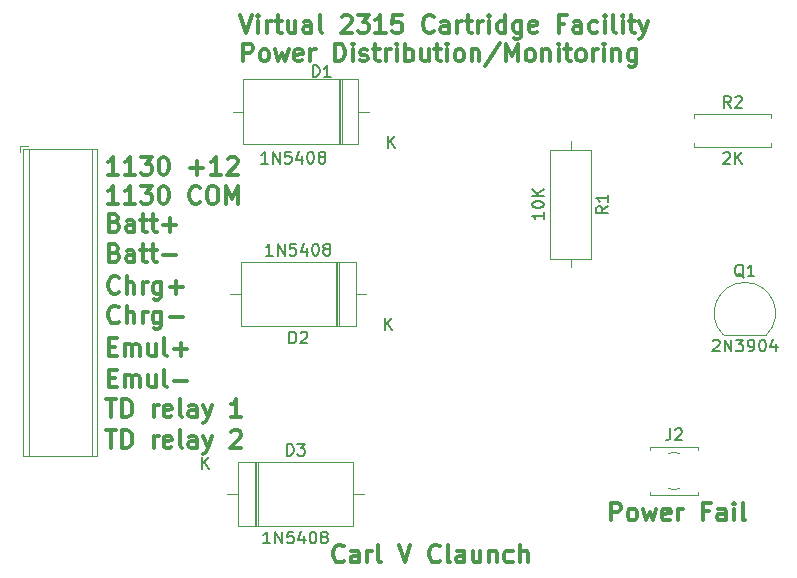
<source format=gbr>
%TF.GenerationSoftware,KiCad,Pcbnew,7.0.8*%
%TF.CreationDate,2025-03-29T18:24:55-04:00*%
%TF.ProjectId,v2315power,76323331-3570-46f7-9765-722e6b696361,rev?*%
%TF.SameCoordinates,Original*%
%TF.FileFunction,Legend,Top*%
%TF.FilePolarity,Positive*%
%FSLAX46Y46*%
G04 Gerber Fmt 4.6, Leading zero omitted, Abs format (unit mm)*
G04 Created by KiCad (PCBNEW 7.0.8) date 2025-03-29 18:24:55*
%MOMM*%
%LPD*%
G01*
G04 APERTURE LIST*
%ADD10C,0.300000*%
%ADD11C,0.150000*%
%ADD12C,0.120000*%
G04 APERTURE END LIST*
D10*
X97121653Y-91569971D02*
X97050225Y-91641400D01*
X97050225Y-91641400D02*
X96835939Y-91712828D01*
X96835939Y-91712828D02*
X96693082Y-91712828D01*
X96693082Y-91712828D02*
X96478796Y-91641400D01*
X96478796Y-91641400D02*
X96335939Y-91498542D01*
X96335939Y-91498542D02*
X96264510Y-91355685D01*
X96264510Y-91355685D02*
X96193082Y-91069971D01*
X96193082Y-91069971D02*
X96193082Y-90855685D01*
X96193082Y-90855685D02*
X96264510Y-90569971D01*
X96264510Y-90569971D02*
X96335939Y-90427114D01*
X96335939Y-90427114D02*
X96478796Y-90284257D01*
X96478796Y-90284257D02*
X96693082Y-90212828D01*
X96693082Y-90212828D02*
X96835939Y-90212828D01*
X96835939Y-90212828D02*
X97050225Y-90284257D01*
X97050225Y-90284257D02*
X97121653Y-90355685D01*
X97764510Y-91712828D02*
X97764510Y-90212828D01*
X98407368Y-91712828D02*
X98407368Y-90927114D01*
X98407368Y-90927114D02*
X98335939Y-90784257D01*
X98335939Y-90784257D02*
X98193082Y-90712828D01*
X98193082Y-90712828D02*
X97978796Y-90712828D01*
X97978796Y-90712828D02*
X97835939Y-90784257D01*
X97835939Y-90784257D02*
X97764510Y-90855685D01*
X99121653Y-91712828D02*
X99121653Y-90712828D01*
X99121653Y-90998542D02*
X99193082Y-90855685D01*
X99193082Y-90855685D02*
X99264511Y-90784257D01*
X99264511Y-90784257D02*
X99407368Y-90712828D01*
X99407368Y-90712828D02*
X99550225Y-90712828D01*
X100693082Y-90712828D02*
X100693082Y-91927114D01*
X100693082Y-91927114D02*
X100621653Y-92069971D01*
X100621653Y-92069971D02*
X100550224Y-92141400D01*
X100550224Y-92141400D02*
X100407367Y-92212828D01*
X100407367Y-92212828D02*
X100193082Y-92212828D01*
X100193082Y-92212828D02*
X100050224Y-92141400D01*
X100693082Y-91641400D02*
X100550224Y-91712828D01*
X100550224Y-91712828D02*
X100264510Y-91712828D01*
X100264510Y-91712828D02*
X100121653Y-91641400D01*
X100121653Y-91641400D02*
X100050224Y-91569971D01*
X100050224Y-91569971D02*
X99978796Y-91427114D01*
X99978796Y-91427114D02*
X99978796Y-90998542D01*
X99978796Y-90998542D02*
X100050224Y-90855685D01*
X100050224Y-90855685D02*
X100121653Y-90784257D01*
X100121653Y-90784257D02*
X100264510Y-90712828D01*
X100264510Y-90712828D02*
X100550224Y-90712828D01*
X100550224Y-90712828D02*
X100693082Y-90784257D01*
X101407367Y-91141400D02*
X102550225Y-91141400D01*
X101978796Y-91712828D02*
X101978796Y-90569971D01*
X96050225Y-100630828D02*
X96907368Y-100630828D01*
X96478796Y-102130828D02*
X96478796Y-100630828D01*
X97407367Y-102130828D02*
X97407367Y-100630828D01*
X97407367Y-100630828D02*
X97764510Y-100630828D01*
X97764510Y-100630828D02*
X97978796Y-100702257D01*
X97978796Y-100702257D02*
X98121653Y-100845114D01*
X98121653Y-100845114D02*
X98193082Y-100987971D01*
X98193082Y-100987971D02*
X98264510Y-101273685D01*
X98264510Y-101273685D02*
X98264510Y-101487971D01*
X98264510Y-101487971D02*
X98193082Y-101773685D01*
X98193082Y-101773685D02*
X98121653Y-101916542D01*
X98121653Y-101916542D02*
X97978796Y-102059400D01*
X97978796Y-102059400D02*
X97764510Y-102130828D01*
X97764510Y-102130828D02*
X97407367Y-102130828D01*
X100050224Y-102130828D02*
X100050224Y-101130828D01*
X100050224Y-101416542D02*
X100121653Y-101273685D01*
X100121653Y-101273685D02*
X100193082Y-101202257D01*
X100193082Y-101202257D02*
X100335939Y-101130828D01*
X100335939Y-101130828D02*
X100478796Y-101130828D01*
X101550224Y-102059400D02*
X101407367Y-102130828D01*
X101407367Y-102130828D02*
X101121653Y-102130828D01*
X101121653Y-102130828D02*
X100978795Y-102059400D01*
X100978795Y-102059400D02*
X100907367Y-101916542D01*
X100907367Y-101916542D02*
X100907367Y-101345114D01*
X100907367Y-101345114D02*
X100978795Y-101202257D01*
X100978795Y-101202257D02*
X101121653Y-101130828D01*
X101121653Y-101130828D02*
X101407367Y-101130828D01*
X101407367Y-101130828D02*
X101550224Y-101202257D01*
X101550224Y-101202257D02*
X101621653Y-101345114D01*
X101621653Y-101345114D02*
X101621653Y-101487971D01*
X101621653Y-101487971D02*
X100907367Y-101630828D01*
X102478795Y-102130828D02*
X102335938Y-102059400D01*
X102335938Y-102059400D02*
X102264509Y-101916542D01*
X102264509Y-101916542D02*
X102264509Y-100630828D01*
X103693081Y-102130828D02*
X103693081Y-101345114D01*
X103693081Y-101345114D02*
X103621652Y-101202257D01*
X103621652Y-101202257D02*
X103478795Y-101130828D01*
X103478795Y-101130828D02*
X103193081Y-101130828D01*
X103193081Y-101130828D02*
X103050223Y-101202257D01*
X103693081Y-102059400D02*
X103550223Y-102130828D01*
X103550223Y-102130828D02*
X103193081Y-102130828D01*
X103193081Y-102130828D02*
X103050223Y-102059400D01*
X103050223Y-102059400D02*
X102978795Y-101916542D01*
X102978795Y-101916542D02*
X102978795Y-101773685D01*
X102978795Y-101773685D02*
X103050223Y-101630828D01*
X103050223Y-101630828D02*
X103193081Y-101559400D01*
X103193081Y-101559400D02*
X103550223Y-101559400D01*
X103550223Y-101559400D02*
X103693081Y-101487971D01*
X104264509Y-101130828D02*
X104621652Y-102130828D01*
X104978795Y-101130828D02*
X104621652Y-102130828D01*
X104621652Y-102130828D02*
X104478795Y-102487971D01*
X104478795Y-102487971D02*
X104407366Y-102559400D01*
X104407366Y-102559400D02*
X104264509Y-102630828D01*
X107478795Y-102130828D02*
X106621652Y-102130828D01*
X107050223Y-102130828D02*
X107050223Y-100630828D01*
X107050223Y-100630828D02*
X106907366Y-100845114D01*
X106907366Y-100845114D02*
X106764509Y-100987971D01*
X106764509Y-100987971D02*
X106621652Y-101059400D01*
X107410225Y-68095828D02*
X107910225Y-69595828D01*
X107910225Y-69595828D02*
X108410225Y-68095828D01*
X108910224Y-69595828D02*
X108910224Y-68595828D01*
X108910224Y-68095828D02*
X108838796Y-68167257D01*
X108838796Y-68167257D02*
X108910224Y-68238685D01*
X108910224Y-68238685D02*
X108981653Y-68167257D01*
X108981653Y-68167257D02*
X108910224Y-68095828D01*
X108910224Y-68095828D02*
X108910224Y-68238685D01*
X109624510Y-69595828D02*
X109624510Y-68595828D01*
X109624510Y-68881542D02*
X109695939Y-68738685D01*
X109695939Y-68738685D02*
X109767368Y-68667257D01*
X109767368Y-68667257D02*
X109910225Y-68595828D01*
X109910225Y-68595828D02*
X110053082Y-68595828D01*
X110338796Y-68595828D02*
X110910224Y-68595828D01*
X110553081Y-68095828D02*
X110553081Y-69381542D01*
X110553081Y-69381542D02*
X110624510Y-69524400D01*
X110624510Y-69524400D02*
X110767367Y-69595828D01*
X110767367Y-69595828D02*
X110910224Y-69595828D01*
X112053082Y-68595828D02*
X112053082Y-69595828D01*
X111410224Y-68595828D02*
X111410224Y-69381542D01*
X111410224Y-69381542D02*
X111481653Y-69524400D01*
X111481653Y-69524400D02*
X111624510Y-69595828D01*
X111624510Y-69595828D02*
X111838796Y-69595828D01*
X111838796Y-69595828D02*
X111981653Y-69524400D01*
X111981653Y-69524400D02*
X112053082Y-69452971D01*
X113410225Y-69595828D02*
X113410225Y-68810114D01*
X113410225Y-68810114D02*
X113338796Y-68667257D01*
X113338796Y-68667257D02*
X113195939Y-68595828D01*
X113195939Y-68595828D02*
X112910225Y-68595828D01*
X112910225Y-68595828D02*
X112767367Y-68667257D01*
X113410225Y-69524400D02*
X113267367Y-69595828D01*
X113267367Y-69595828D02*
X112910225Y-69595828D01*
X112910225Y-69595828D02*
X112767367Y-69524400D01*
X112767367Y-69524400D02*
X112695939Y-69381542D01*
X112695939Y-69381542D02*
X112695939Y-69238685D01*
X112695939Y-69238685D02*
X112767367Y-69095828D01*
X112767367Y-69095828D02*
X112910225Y-69024400D01*
X112910225Y-69024400D02*
X113267367Y-69024400D01*
X113267367Y-69024400D02*
X113410225Y-68952971D01*
X114338796Y-69595828D02*
X114195939Y-69524400D01*
X114195939Y-69524400D02*
X114124510Y-69381542D01*
X114124510Y-69381542D02*
X114124510Y-68095828D01*
X115981653Y-68238685D02*
X116053081Y-68167257D01*
X116053081Y-68167257D02*
X116195939Y-68095828D01*
X116195939Y-68095828D02*
X116553081Y-68095828D01*
X116553081Y-68095828D02*
X116695939Y-68167257D01*
X116695939Y-68167257D02*
X116767367Y-68238685D01*
X116767367Y-68238685D02*
X116838796Y-68381542D01*
X116838796Y-68381542D02*
X116838796Y-68524400D01*
X116838796Y-68524400D02*
X116767367Y-68738685D01*
X116767367Y-68738685D02*
X115910224Y-69595828D01*
X115910224Y-69595828D02*
X116838796Y-69595828D01*
X117338795Y-68095828D02*
X118267367Y-68095828D01*
X118267367Y-68095828D02*
X117767367Y-68667257D01*
X117767367Y-68667257D02*
X117981652Y-68667257D01*
X117981652Y-68667257D02*
X118124510Y-68738685D01*
X118124510Y-68738685D02*
X118195938Y-68810114D01*
X118195938Y-68810114D02*
X118267367Y-68952971D01*
X118267367Y-68952971D02*
X118267367Y-69310114D01*
X118267367Y-69310114D02*
X118195938Y-69452971D01*
X118195938Y-69452971D02*
X118124510Y-69524400D01*
X118124510Y-69524400D02*
X117981652Y-69595828D01*
X117981652Y-69595828D02*
X117553081Y-69595828D01*
X117553081Y-69595828D02*
X117410224Y-69524400D01*
X117410224Y-69524400D02*
X117338795Y-69452971D01*
X119695938Y-69595828D02*
X118838795Y-69595828D01*
X119267366Y-69595828D02*
X119267366Y-68095828D01*
X119267366Y-68095828D02*
X119124509Y-68310114D01*
X119124509Y-68310114D02*
X118981652Y-68452971D01*
X118981652Y-68452971D02*
X118838795Y-68524400D01*
X121053080Y-68095828D02*
X120338794Y-68095828D01*
X120338794Y-68095828D02*
X120267366Y-68810114D01*
X120267366Y-68810114D02*
X120338794Y-68738685D01*
X120338794Y-68738685D02*
X120481652Y-68667257D01*
X120481652Y-68667257D02*
X120838794Y-68667257D01*
X120838794Y-68667257D02*
X120981652Y-68738685D01*
X120981652Y-68738685D02*
X121053080Y-68810114D01*
X121053080Y-68810114D02*
X121124509Y-68952971D01*
X121124509Y-68952971D02*
X121124509Y-69310114D01*
X121124509Y-69310114D02*
X121053080Y-69452971D01*
X121053080Y-69452971D02*
X120981652Y-69524400D01*
X120981652Y-69524400D02*
X120838794Y-69595828D01*
X120838794Y-69595828D02*
X120481652Y-69595828D01*
X120481652Y-69595828D02*
X120338794Y-69524400D01*
X120338794Y-69524400D02*
X120267366Y-69452971D01*
X123767365Y-69452971D02*
X123695937Y-69524400D01*
X123695937Y-69524400D02*
X123481651Y-69595828D01*
X123481651Y-69595828D02*
X123338794Y-69595828D01*
X123338794Y-69595828D02*
X123124508Y-69524400D01*
X123124508Y-69524400D02*
X122981651Y-69381542D01*
X122981651Y-69381542D02*
X122910222Y-69238685D01*
X122910222Y-69238685D02*
X122838794Y-68952971D01*
X122838794Y-68952971D02*
X122838794Y-68738685D01*
X122838794Y-68738685D02*
X122910222Y-68452971D01*
X122910222Y-68452971D02*
X122981651Y-68310114D01*
X122981651Y-68310114D02*
X123124508Y-68167257D01*
X123124508Y-68167257D02*
X123338794Y-68095828D01*
X123338794Y-68095828D02*
X123481651Y-68095828D01*
X123481651Y-68095828D02*
X123695937Y-68167257D01*
X123695937Y-68167257D02*
X123767365Y-68238685D01*
X125053080Y-69595828D02*
X125053080Y-68810114D01*
X125053080Y-68810114D02*
X124981651Y-68667257D01*
X124981651Y-68667257D02*
X124838794Y-68595828D01*
X124838794Y-68595828D02*
X124553080Y-68595828D01*
X124553080Y-68595828D02*
X124410222Y-68667257D01*
X125053080Y-69524400D02*
X124910222Y-69595828D01*
X124910222Y-69595828D02*
X124553080Y-69595828D01*
X124553080Y-69595828D02*
X124410222Y-69524400D01*
X124410222Y-69524400D02*
X124338794Y-69381542D01*
X124338794Y-69381542D02*
X124338794Y-69238685D01*
X124338794Y-69238685D02*
X124410222Y-69095828D01*
X124410222Y-69095828D02*
X124553080Y-69024400D01*
X124553080Y-69024400D02*
X124910222Y-69024400D01*
X124910222Y-69024400D02*
X125053080Y-68952971D01*
X125767365Y-69595828D02*
X125767365Y-68595828D01*
X125767365Y-68881542D02*
X125838794Y-68738685D01*
X125838794Y-68738685D02*
X125910223Y-68667257D01*
X125910223Y-68667257D02*
X126053080Y-68595828D01*
X126053080Y-68595828D02*
X126195937Y-68595828D01*
X126481651Y-68595828D02*
X127053079Y-68595828D01*
X126695936Y-68095828D02*
X126695936Y-69381542D01*
X126695936Y-69381542D02*
X126767365Y-69524400D01*
X126767365Y-69524400D02*
X126910222Y-69595828D01*
X126910222Y-69595828D02*
X127053079Y-69595828D01*
X127553079Y-69595828D02*
X127553079Y-68595828D01*
X127553079Y-68881542D02*
X127624508Y-68738685D01*
X127624508Y-68738685D02*
X127695937Y-68667257D01*
X127695937Y-68667257D02*
X127838794Y-68595828D01*
X127838794Y-68595828D02*
X127981651Y-68595828D01*
X128481650Y-69595828D02*
X128481650Y-68595828D01*
X128481650Y-68095828D02*
X128410222Y-68167257D01*
X128410222Y-68167257D02*
X128481650Y-68238685D01*
X128481650Y-68238685D02*
X128553079Y-68167257D01*
X128553079Y-68167257D02*
X128481650Y-68095828D01*
X128481650Y-68095828D02*
X128481650Y-68238685D01*
X129838794Y-69595828D02*
X129838794Y-68095828D01*
X129838794Y-69524400D02*
X129695936Y-69595828D01*
X129695936Y-69595828D02*
X129410222Y-69595828D01*
X129410222Y-69595828D02*
X129267365Y-69524400D01*
X129267365Y-69524400D02*
X129195936Y-69452971D01*
X129195936Y-69452971D02*
X129124508Y-69310114D01*
X129124508Y-69310114D02*
X129124508Y-68881542D01*
X129124508Y-68881542D02*
X129195936Y-68738685D01*
X129195936Y-68738685D02*
X129267365Y-68667257D01*
X129267365Y-68667257D02*
X129410222Y-68595828D01*
X129410222Y-68595828D02*
X129695936Y-68595828D01*
X129695936Y-68595828D02*
X129838794Y-68667257D01*
X131195937Y-68595828D02*
X131195937Y-69810114D01*
X131195937Y-69810114D02*
X131124508Y-69952971D01*
X131124508Y-69952971D02*
X131053079Y-70024400D01*
X131053079Y-70024400D02*
X130910222Y-70095828D01*
X130910222Y-70095828D02*
X130695937Y-70095828D01*
X130695937Y-70095828D02*
X130553079Y-70024400D01*
X131195937Y-69524400D02*
X131053079Y-69595828D01*
X131053079Y-69595828D02*
X130767365Y-69595828D01*
X130767365Y-69595828D02*
X130624508Y-69524400D01*
X130624508Y-69524400D02*
X130553079Y-69452971D01*
X130553079Y-69452971D02*
X130481651Y-69310114D01*
X130481651Y-69310114D02*
X130481651Y-68881542D01*
X130481651Y-68881542D02*
X130553079Y-68738685D01*
X130553079Y-68738685D02*
X130624508Y-68667257D01*
X130624508Y-68667257D02*
X130767365Y-68595828D01*
X130767365Y-68595828D02*
X131053079Y-68595828D01*
X131053079Y-68595828D02*
X131195937Y-68667257D01*
X132481651Y-69524400D02*
X132338794Y-69595828D01*
X132338794Y-69595828D02*
X132053080Y-69595828D01*
X132053080Y-69595828D02*
X131910222Y-69524400D01*
X131910222Y-69524400D02*
X131838794Y-69381542D01*
X131838794Y-69381542D02*
X131838794Y-68810114D01*
X131838794Y-68810114D02*
X131910222Y-68667257D01*
X131910222Y-68667257D02*
X132053080Y-68595828D01*
X132053080Y-68595828D02*
X132338794Y-68595828D01*
X132338794Y-68595828D02*
X132481651Y-68667257D01*
X132481651Y-68667257D02*
X132553080Y-68810114D01*
X132553080Y-68810114D02*
X132553080Y-68952971D01*
X132553080Y-68952971D02*
X131838794Y-69095828D01*
X134838793Y-68810114D02*
X134338793Y-68810114D01*
X134338793Y-69595828D02*
X134338793Y-68095828D01*
X134338793Y-68095828D02*
X135053079Y-68095828D01*
X136267365Y-69595828D02*
X136267365Y-68810114D01*
X136267365Y-68810114D02*
X136195936Y-68667257D01*
X136195936Y-68667257D02*
X136053079Y-68595828D01*
X136053079Y-68595828D02*
X135767365Y-68595828D01*
X135767365Y-68595828D02*
X135624507Y-68667257D01*
X136267365Y-69524400D02*
X136124507Y-69595828D01*
X136124507Y-69595828D02*
X135767365Y-69595828D01*
X135767365Y-69595828D02*
X135624507Y-69524400D01*
X135624507Y-69524400D02*
X135553079Y-69381542D01*
X135553079Y-69381542D02*
X135553079Y-69238685D01*
X135553079Y-69238685D02*
X135624507Y-69095828D01*
X135624507Y-69095828D02*
X135767365Y-69024400D01*
X135767365Y-69024400D02*
X136124507Y-69024400D01*
X136124507Y-69024400D02*
X136267365Y-68952971D01*
X137624508Y-69524400D02*
X137481650Y-69595828D01*
X137481650Y-69595828D02*
X137195936Y-69595828D01*
X137195936Y-69595828D02*
X137053079Y-69524400D01*
X137053079Y-69524400D02*
X136981650Y-69452971D01*
X136981650Y-69452971D02*
X136910222Y-69310114D01*
X136910222Y-69310114D02*
X136910222Y-68881542D01*
X136910222Y-68881542D02*
X136981650Y-68738685D01*
X136981650Y-68738685D02*
X137053079Y-68667257D01*
X137053079Y-68667257D02*
X137195936Y-68595828D01*
X137195936Y-68595828D02*
X137481650Y-68595828D01*
X137481650Y-68595828D02*
X137624508Y-68667257D01*
X138267364Y-69595828D02*
X138267364Y-68595828D01*
X138267364Y-68095828D02*
X138195936Y-68167257D01*
X138195936Y-68167257D02*
X138267364Y-68238685D01*
X138267364Y-68238685D02*
X138338793Y-68167257D01*
X138338793Y-68167257D02*
X138267364Y-68095828D01*
X138267364Y-68095828D02*
X138267364Y-68238685D01*
X139195936Y-69595828D02*
X139053079Y-69524400D01*
X139053079Y-69524400D02*
X138981650Y-69381542D01*
X138981650Y-69381542D02*
X138981650Y-68095828D01*
X139767364Y-69595828D02*
X139767364Y-68595828D01*
X139767364Y-68095828D02*
X139695936Y-68167257D01*
X139695936Y-68167257D02*
X139767364Y-68238685D01*
X139767364Y-68238685D02*
X139838793Y-68167257D01*
X139838793Y-68167257D02*
X139767364Y-68095828D01*
X139767364Y-68095828D02*
X139767364Y-68238685D01*
X140267365Y-68595828D02*
X140838793Y-68595828D01*
X140481650Y-68095828D02*
X140481650Y-69381542D01*
X140481650Y-69381542D02*
X140553079Y-69524400D01*
X140553079Y-69524400D02*
X140695936Y-69595828D01*
X140695936Y-69595828D02*
X140838793Y-69595828D01*
X141195936Y-68595828D02*
X141553079Y-69595828D01*
X141910222Y-68595828D02*
X141553079Y-69595828D01*
X141553079Y-69595828D02*
X141410222Y-69952971D01*
X141410222Y-69952971D02*
X141338793Y-70024400D01*
X141338793Y-70024400D02*
X141195936Y-70095828D01*
X107624510Y-72010828D02*
X107624510Y-70510828D01*
X107624510Y-70510828D02*
X108195939Y-70510828D01*
X108195939Y-70510828D02*
X108338796Y-70582257D01*
X108338796Y-70582257D02*
X108410225Y-70653685D01*
X108410225Y-70653685D02*
X108481653Y-70796542D01*
X108481653Y-70796542D02*
X108481653Y-71010828D01*
X108481653Y-71010828D02*
X108410225Y-71153685D01*
X108410225Y-71153685D02*
X108338796Y-71225114D01*
X108338796Y-71225114D02*
X108195939Y-71296542D01*
X108195939Y-71296542D02*
X107624510Y-71296542D01*
X109338796Y-72010828D02*
X109195939Y-71939400D01*
X109195939Y-71939400D02*
X109124510Y-71867971D01*
X109124510Y-71867971D02*
X109053082Y-71725114D01*
X109053082Y-71725114D02*
X109053082Y-71296542D01*
X109053082Y-71296542D02*
X109124510Y-71153685D01*
X109124510Y-71153685D02*
X109195939Y-71082257D01*
X109195939Y-71082257D02*
X109338796Y-71010828D01*
X109338796Y-71010828D02*
X109553082Y-71010828D01*
X109553082Y-71010828D02*
X109695939Y-71082257D01*
X109695939Y-71082257D02*
X109767368Y-71153685D01*
X109767368Y-71153685D02*
X109838796Y-71296542D01*
X109838796Y-71296542D02*
X109838796Y-71725114D01*
X109838796Y-71725114D02*
X109767368Y-71867971D01*
X109767368Y-71867971D02*
X109695939Y-71939400D01*
X109695939Y-71939400D02*
X109553082Y-72010828D01*
X109553082Y-72010828D02*
X109338796Y-72010828D01*
X110338796Y-71010828D02*
X110624511Y-72010828D01*
X110624511Y-72010828D02*
X110910225Y-71296542D01*
X110910225Y-71296542D02*
X111195939Y-72010828D01*
X111195939Y-72010828D02*
X111481653Y-71010828D01*
X112624511Y-71939400D02*
X112481654Y-72010828D01*
X112481654Y-72010828D02*
X112195940Y-72010828D01*
X112195940Y-72010828D02*
X112053082Y-71939400D01*
X112053082Y-71939400D02*
X111981654Y-71796542D01*
X111981654Y-71796542D02*
X111981654Y-71225114D01*
X111981654Y-71225114D02*
X112053082Y-71082257D01*
X112053082Y-71082257D02*
X112195940Y-71010828D01*
X112195940Y-71010828D02*
X112481654Y-71010828D01*
X112481654Y-71010828D02*
X112624511Y-71082257D01*
X112624511Y-71082257D02*
X112695940Y-71225114D01*
X112695940Y-71225114D02*
X112695940Y-71367971D01*
X112695940Y-71367971D02*
X111981654Y-71510828D01*
X113338796Y-72010828D02*
X113338796Y-71010828D01*
X113338796Y-71296542D02*
X113410225Y-71153685D01*
X113410225Y-71153685D02*
X113481654Y-71082257D01*
X113481654Y-71082257D02*
X113624511Y-71010828D01*
X113624511Y-71010828D02*
X113767368Y-71010828D01*
X115410224Y-72010828D02*
X115410224Y-70510828D01*
X115410224Y-70510828D02*
X115767367Y-70510828D01*
X115767367Y-70510828D02*
X115981653Y-70582257D01*
X115981653Y-70582257D02*
X116124510Y-70725114D01*
X116124510Y-70725114D02*
X116195939Y-70867971D01*
X116195939Y-70867971D02*
X116267367Y-71153685D01*
X116267367Y-71153685D02*
X116267367Y-71367971D01*
X116267367Y-71367971D02*
X116195939Y-71653685D01*
X116195939Y-71653685D02*
X116124510Y-71796542D01*
X116124510Y-71796542D02*
X115981653Y-71939400D01*
X115981653Y-71939400D02*
X115767367Y-72010828D01*
X115767367Y-72010828D02*
X115410224Y-72010828D01*
X116910224Y-72010828D02*
X116910224Y-71010828D01*
X116910224Y-70510828D02*
X116838796Y-70582257D01*
X116838796Y-70582257D02*
X116910224Y-70653685D01*
X116910224Y-70653685D02*
X116981653Y-70582257D01*
X116981653Y-70582257D02*
X116910224Y-70510828D01*
X116910224Y-70510828D02*
X116910224Y-70653685D01*
X117553082Y-71939400D02*
X117695939Y-72010828D01*
X117695939Y-72010828D02*
X117981653Y-72010828D01*
X117981653Y-72010828D02*
X118124510Y-71939400D01*
X118124510Y-71939400D02*
X118195939Y-71796542D01*
X118195939Y-71796542D02*
X118195939Y-71725114D01*
X118195939Y-71725114D02*
X118124510Y-71582257D01*
X118124510Y-71582257D02*
X117981653Y-71510828D01*
X117981653Y-71510828D02*
X117767368Y-71510828D01*
X117767368Y-71510828D02*
X117624510Y-71439400D01*
X117624510Y-71439400D02*
X117553082Y-71296542D01*
X117553082Y-71296542D02*
X117553082Y-71225114D01*
X117553082Y-71225114D02*
X117624510Y-71082257D01*
X117624510Y-71082257D02*
X117767368Y-71010828D01*
X117767368Y-71010828D02*
X117981653Y-71010828D01*
X117981653Y-71010828D02*
X118124510Y-71082257D01*
X118624511Y-71010828D02*
X119195939Y-71010828D01*
X118838796Y-70510828D02*
X118838796Y-71796542D01*
X118838796Y-71796542D02*
X118910225Y-71939400D01*
X118910225Y-71939400D02*
X119053082Y-72010828D01*
X119053082Y-72010828D02*
X119195939Y-72010828D01*
X119695939Y-72010828D02*
X119695939Y-71010828D01*
X119695939Y-71296542D02*
X119767368Y-71153685D01*
X119767368Y-71153685D02*
X119838797Y-71082257D01*
X119838797Y-71082257D02*
X119981654Y-71010828D01*
X119981654Y-71010828D02*
X120124511Y-71010828D01*
X120624510Y-72010828D02*
X120624510Y-71010828D01*
X120624510Y-70510828D02*
X120553082Y-70582257D01*
X120553082Y-70582257D02*
X120624510Y-70653685D01*
X120624510Y-70653685D02*
X120695939Y-70582257D01*
X120695939Y-70582257D02*
X120624510Y-70510828D01*
X120624510Y-70510828D02*
X120624510Y-70653685D01*
X121338796Y-72010828D02*
X121338796Y-70510828D01*
X121338796Y-71082257D02*
X121481654Y-71010828D01*
X121481654Y-71010828D02*
X121767368Y-71010828D01*
X121767368Y-71010828D02*
X121910225Y-71082257D01*
X121910225Y-71082257D02*
X121981654Y-71153685D01*
X121981654Y-71153685D02*
X122053082Y-71296542D01*
X122053082Y-71296542D02*
X122053082Y-71725114D01*
X122053082Y-71725114D02*
X121981654Y-71867971D01*
X121981654Y-71867971D02*
X121910225Y-71939400D01*
X121910225Y-71939400D02*
X121767368Y-72010828D01*
X121767368Y-72010828D02*
X121481654Y-72010828D01*
X121481654Y-72010828D02*
X121338796Y-71939400D01*
X123338797Y-71010828D02*
X123338797Y-72010828D01*
X122695939Y-71010828D02*
X122695939Y-71796542D01*
X122695939Y-71796542D02*
X122767368Y-71939400D01*
X122767368Y-71939400D02*
X122910225Y-72010828D01*
X122910225Y-72010828D02*
X123124511Y-72010828D01*
X123124511Y-72010828D02*
X123267368Y-71939400D01*
X123267368Y-71939400D02*
X123338797Y-71867971D01*
X123838797Y-71010828D02*
X124410225Y-71010828D01*
X124053082Y-70510828D02*
X124053082Y-71796542D01*
X124053082Y-71796542D02*
X124124511Y-71939400D01*
X124124511Y-71939400D02*
X124267368Y-72010828D01*
X124267368Y-72010828D02*
X124410225Y-72010828D01*
X124910225Y-72010828D02*
X124910225Y-71010828D01*
X124910225Y-70510828D02*
X124838797Y-70582257D01*
X124838797Y-70582257D02*
X124910225Y-70653685D01*
X124910225Y-70653685D02*
X124981654Y-70582257D01*
X124981654Y-70582257D02*
X124910225Y-70510828D01*
X124910225Y-70510828D02*
X124910225Y-70653685D01*
X125838797Y-72010828D02*
X125695940Y-71939400D01*
X125695940Y-71939400D02*
X125624511Y-71867971D01*
X125624511Y-71867971D02*
X125553083Y-71725114D01*
X125553083Y-71725114D02*
X125553083Y-71296542D01*
X125553083Y-71296542D02*
X125624511Y-71153685D01*
X125624511Y-71153685D02*
X125695940Y-71082257D01*
X125695940Y-71082257D02*
X125838797Y-71010828D01*
X125838797Y-71010828D02*
X126053083Y-71010828D01*
X126053083Y-71010828D02*
X126195940Y-71082257D01*
X126195940Y-71082257D02*
X126267369Y-71153685D01*
X126267369Y-71153685D02*
X126338797Y-71296542D01*
X126338797Y-71296542D02*
X126338797Y-71725114D01*
X126338797Y-71725114D02*
X126267369Y-71867971D01*
X126267369Y-71867971D02*
X126195940Y-71939400D01*
X126195940Y-71939400D02*
X126053083Y-72010828D01*
X126053083Y-72010828D02*
X125838797Y-72010828D01*
X126981654Y-71010828D02*
X126981654Y-72010828D01*
X126981654Y-71153685D02*
X127053083Y-71082257D01*
X127053083Y-71082257D02*
X127195940Y-71010828D01*
X127195940Y-71010828D02*
X127410226Y-71010828D01*
X127410226Y-71010828D02*
X127553083Y-71082257D01*
X127553083Y-71082257D02*
X127624512Y-71225114D01*
X127624512Y-71225114D02*
X127624512Y-72010828D01*
X129410226Y-70439400D02*
X128124512Y-72367971D01*
X129910226Y-72010828D02*
X129910226Y-70510828D01*
X129910226Y-70510828D02*
X130410226Y-71582257D01*
X130410226Y-71582257D02*
X130910226Y-70510828D01*
X130910226Y-70510828D02*
X130910226Y-72010828D01*
X131838798Y-72010828D02*
X131695941Y-71939400D01*
X131695941Y-71939400D02*
X131624512Y-71867971D01*
X131624512Y-71867971D02*
X131553084Y-71725114D01*
X131553084Y-71725114D02*
X131553084Y-71296542D01*
X131553084Y-71296542D02*
X131624512Y-71153685D01*
X131624512Y-71153685D02*
X131695941Y-71082257D01*
X131695941Y-71082257D02*
X131838798Y-71010828D01*
X131838798Y-71010828D02*
X132053084Y-71010828D01*
X132053084Y-71010828D02*
X132195941Y-71082257D01*
X132195941Y-71082257D02*
X132267370Y-71153685D01*
X132267370Y-71153685D02*
X132338798Y-71296542D01*
X132338798Y-71296542D02*
X132338798Y-71725114D01*
X132338798Y-71725114D02*
X132267370Y-71867971D01*
X132267370Y-71867971D02*
X132195941Y-71939400D01*
X132195941Y-71939400D02*
X132053084Y-72010828D01*
X132053084Y-72010828D02*
X131838798Y-72010828D01*
X132981655Y-71010828D02*
X132981655Y-72010828D01*
X132981655Y-71153685D02*
X133053084Y-71082257D01*
X133053084Y-71082257D02*
X133195941Y-71010828D01*
X133195941Y-71010828D02*
X133410227Y-71010828D01*
X133410227Y-71010828D02*
X133553084Y-71082257D01*
X133553084Y-71082257D02*
X133624513Y-71225114D01*
X133624513Y-71225114D02*
X133624513Y-72010828D01*
X134338798Y-72010828D02*
X134338798Y-71010828D01*
X134338798Y-70510828D02*
X134267370Y-70582257D01*
X134267370Y-70582257D02*
X134338798Y-70653685D01*
X134338798Y-70653685D02*
X134410227Y-70582257D01*
X134410227Y-70582257D02*
X134338798Y-70510828D01*
X134338798Y-70510828D02*
X134338798Y-70653685D01*
X134838799Y-71010828D02*
X135410227Y-71010828D01*
X135053084Y-70510828D02*
X135053084Y-71796542D01*
X135053084Y-71796542D02*
X135124513Y-71939400D01*
X135124513Y-71939400D02*
X135267370Y-72010828D01*
X135267370Y-72010828D02*
X135410227Y-72010828D01*
X136124513Y-72010828D02*
X135981656Y-71939400D01*
X135981656Y-71939400D02*
X135910227Y-71867971D01*
X135910227Y-71867971D02*
X135838799Y-71725114D01*
X135838799Y-71725114D02*
X135838799Y-71296542D01*
X135838799Y-71296542D02*
X135910227Y-71153685D01*
X135910227Y-71153685D02*
X135981656Y-71082257D01*
X135981656Y-71082257D02*
X136124513Y-71010828D01*
X136124513Y-71010828D02*
X136338799Y-71010828D01*
X136338799Y-71010828D02*
X136481656Y-71082257D01*
X136481656Y-71082257D02*
X136553085Y-71153685D01*
X136553085Y-71153685D02*
X136624513Y-71296542D01*
X136624513Y-71296542D02*
X136624513Y-71725114D01*
X136624513Y-71725114D02*
X136553085Y-71867971D01*
X136553085Y-71867971D02*
X136481656Y-71939400D01*
X136481656Y-71939400D02*
X136338799Y-72010828D01*
X136338799Y-72010828D02*
X136124513Y-72010828D01*
X137267370Y-72010828D02*
X137267370Y-71010828D01*
X137267370Y-71296542D02*
X137338799Y-71153685D01*
X137338799Y-71153685D02*
X137410228Y-71082257D01*
X137410228Y-71082257D02*
X137553085Y-71010828D01*
X137553085Y-71010828D02*
X137695942Y-71010828D01*
X138195941Y-72010828D02*
X138195941Y-71010828D01*
X138195941Y-70510828D02*
X138124513Y-70582257D01*
X138124513Y-70582257D02*
X138195941Y-70653685D01*
X138195941Y-70653685D02*
X138267370Y-70582257D01*
X138267370Y-70582257D02*
X138195941Y-70510828D01*
X138195941Y-70510828D02*
X138195941Y-70653685D01*
X138910227Y-71010828D02*
X138910227Y-72010828D01*
X138910227Y-71153685D02*
X138981656Y-71082257D01*
X138981656Y-71082257D02*
X139124513Y-71010828D01*
X139124513Y-71010828D02*
X139338799Y-71010828D01*
X139338799Y-71010828D02*
X139481656Y-71082257D01*
X139481656Y-71082257D02*
X139553085Y-71225114D01*
X139553085Y-71225114D02*
X139553085Y-72010828D01*
X140910228Y-71010828D02*
X140910228Y-72225114D01*
X140910228Y-72225114D02*
X140838799Y-72367971D01*
X140838799Y-72367971D02*
X140767370Y-72439400D01*
X140767370Y-72439400D02*
X140624513Y-72510828D01*
X140624513Y-72510828D02*
X140410228Y-72510828D01*
X140410228Y-72510828D02*
X140267370Y-72439400D01*
X140910228Y-71939400D02*
X140767370Y-72010828D01*
X140767370Y-72010828D02*
X140481656Y-72010828D01*
X140481656Y-72010828D02*
X140338799Y-71939400D01*
X140338799Y-71939400D02*
X140267370Y-71867971D01*
X140267370Y-71867971D02*
X140195942Y-71725114D01*
X140195942Y-71725114D02*
X140195942Y-71296542D01*
X140195942Y-71296542D02*
X140267370Y-71153685D01*
X140267370Y-71153685D02*
X140338799Y-71082257D01*
X140338799Y-71082257D02*
X140481656Y-71010828D01*
X140481656Y-71010828D02*
X140767370Y-71010828D01*
X140767370Y-71010828D02*
X140910228Y-71082257D01*
X116161653Y-114297971D02*
X116090225Y-114369400D01*
X116090225Y-114369400D02*
X115875939Y-114440828D01*
X115875939Y-114440828D02*
X115733082Y-114440828D01*
X115733082Y-114440828D02*
X115518796Y-114369400D01*
X115518796Y-114369400D02*
X115375939Y-114226542D01*
X115375939Y-114226542D02*
X115304510Y-114083685D01*
X115304510Y-114083685D02*
X115233082Y-113797971D01*
X115233082Y-113797971D02*
X115233082Y-113583685D01*
X115233082Y-113583685D02*
X115304510Y-113297971D01*
X115304510Y-113297971D02*
X115375939Y-113155114D01*
X115375939Y-113155114D02*
X115518796Y-113012257D01*
X115518796Y-113012257D02*
X115733082Y-112940828D01*
X115733082Y-112940828D02*
X115875939Y-112940828D01*
X115875939Y-112940828D02*
X116090225Y-113012257D01*
X116090225Y-113012257D02*
X116161653Y-113083685D01*
X117447368Y-114440828D02*
X117447368Y-113655114D01*
X117447368Y-113655114D02*
X117375939Y-113512257D01*
X117375939Y-113512257D02*
X117233082Y-113440828D01*
X117233082Y-113440828D02*
X116947368Y-113440828D01*
X116947368Y-113440828D02*
X116804510Y-113512257D01*
X117447368Y-114369400D02*
X117304510Y-114440828D01*
X117304510Y-114440828D02*
X116947368Y-114440828D01*
X116947368Y-114440828D02*
X116804510Y-114369400D01*
X116804510Y-114369400D02*
X116733082Y-114226542D01*
X116733082Y-114226542D02*
X116733082Y-114083685D01*
X116733082Y-114083685D02*
X116804510Y-113940828D01*
X116804510Y-113940828D02*
X116947368Y-113869400D01*
X116947368Y-113869400D02*
X117304510Y-113869400D01*
X117304510Y-113869400D02*
X117447368Y-113797971D01*
X118161653Y-114440828D02*
X118161653Y-113440828D01*
X118161653Y-113726542D02*
X118233082Y-113583685D01*
X118233082Y-113583685D02*
X118304511Y-113512257D01*
X118304511Y-113512257D02*
X118447368Y-113440828D01*
X118447368Y-113440828D02*
X118590225Y-113440828D01*
X119304510Y-114440828D02*
X119161653Y-114369400D01*
X119161653Y-114369400D02*
X119090224Y-114226542D01*
X119090224Y-114226542D02*
X119090224Y-112940828D01*
X120804510Y-112940828D02*
X121304510Y-114440828D01*
X121304510Y-114440828D02*
X121804510Y-112940828D01*
X124304509Y-114297971D02*
X124233081Y-114369400D01*
X124233081Y-114369400D02*
X124018795Y-114440828D01*
X124018795Y-114440828D02*
X123875938Y-114440828D01*
X123875938Y-114440828D02*
X123661652Y-114369400D01*
X123661652Y-114369400D02*
X123518795Y-114226542D01*
X123518795Y-114226542D02*
X123447366Y-114083685D01*
X123447366Y-114083685D02*
X123375938Y-113797971D01*
X123375938Y-113797971D02*
X123375938Y-113583685D01*
X123375938Y-113583685D02*
X123447366Y-113297971D01*
X123447366Y-113297971D02*
X123518795Y-113155114D01*
X123518795Y-113155114D02*
X123661652Y-113012257D01*
X123661652Y-113012257D02*
X123875938Y-112940828D01*
X123875938Y-112940828D02*
X124018795Y-112940828D01*
X124018795Y-112940828D02*
X124233081Y-113012257D01*
X124233081Y-113012257D02*
X124304509Y-113083685D01*
X125161652Y-114440828D02*
X125018795Y-114369400D01*
X125018795Y-114369400D02*
X124947366Y-114226542D01*
X124947366Y-114226542D02*
X124947366Y-112940828D01*
X126375938Y-114440828D02*
X126375938Y-113655114D01*
X126375938Y-113655114D02*
X126304509Y-113512257D01*
X126304509Y-113512257D02*
X126161652Y-113440828D01*
X126161652Y-113440828D02*
X125875938Y-113440828D01*
X125875938Y-113440828D02*
X125733080Y-113512257D01*
X126375938Y-114369400D02*
X126233080Y-114440828D01*
X126233080Y-114440828D02*
X125875938Y-114440828D01*
X125875938Y-114440828D02*
X125733080Y-114369400D01*
X125733080Y-114369400D02*
X125661652Y-114226542D01*
X125661652Y-114226542D02*
X125661652Y-114083685D01*
X125661652Y-114083685D02*
X125733080Y-113940828D01*
X125733080Y-113940828D02*
X125875938Y-113869400D01*
X125875938Y-113869400D02*
X126233080Y-113869400D01*
X126233080Y-113869400D02*
X126375938Y-113797971D01*
X127733081Y-113440828D02*
X127733081Y-114440828D01*
X127090223Y-113440828D02*
X127090223Y-114226542D01*
X127090223Y-114226542D02*
X127161652Y-114369400D01*
X127161652Y-114369400D02*
X127304509Y-114440828D01*
X127304509Y-114440828D02*
X127518795Y-114440828D01*
X127518795Y-114440828D02*
X127661652Y-114369400D01*
X127661652Y-114369400D02*
X127733081Y-114297971D01*
X128447366Y-113440828D02*
X128447366Y-114440828D01*
X128447366Y-113583685D02*
X128518795Y-113512257D01*
X128518795Y-113512257D02*
X128661652Y-113440828D01*
X128661652Y-113440828D02*
X128875938Y-113440828D01*
X128875938Y-113440828D02*
X129018795Y-113512257D01*
X129018795Y-113512257D02*
X129090224Y-113655114D01*
X129090224Y-113655114D02*
X129090224Y-114440828D01*
X130447367Y-114369400D02*
X130304509Y-114440828D01*
X130304509Y-114440828D02*
X130018795Y-114440828D01*
X130018795Y-114440828D02*
X129875938Y-114369400D01*
X129875938Y-114369400D02*
X129804509Y-114297971D01*
X129804509Y-114297971D02*
X129733081Y-114155114D01*
X129733081Y-114155114D02*
X129733081Y-113726542D01*
X129733081Y-113726542D02*
X129804509Y-113583685D01*
X129804509Y-113583685D02*
X129875938Y-113512257D01*
X129875938Y-113512257D02*
X130018795Y-113440828D01*
X130018795Y-113440828D02*
X130304509Y-113440828D01*
X130304509Y-113440828D02*
X130447367Y-113512257D01*
X131090223Y-114440828D02*
X131090223Y-112940828D01*
X131733081Y-114440828D02*
X131733081Y-113655114D01*
X131733081Y-113655114D02*
X131661652Y-113512257D01*
X131661652Y-113512257D02*
X131518795Y-113440828D01*
X131518795Y-113440828D02*
X131304509Y-113440828D01*
X131304509Y-113440828D02*
X131161652Y-113512257D01*
X131161652Y-113512257D02*
X131090223Y-113583685D01*
X97050225Y-84070828D02*
X96193082Y-84070828D01*
X96621653Y-84070828D02*
X96621653Y-82570828D01*
X96621653Y-82570828D02*
X96478796Y-82785114D01*
X96478796Y-82785114D02*
X96335939Y-82927971D01*
X96335939Y-82927971D02*
X96193082Y-82999400D01*
X98478796Y-84070828D02*
X97621653Y-84070828D01*
X98050224Y-84070828D02*
X98050224Y-82570828D01*
X98050224Y-82570828D02*
X97907367Y-82785114D01*
X97907367Y-82785114D02*
X97764510Y-82927971D01*
X97764510Y-82927971D02*
X97621653Y-82999400D01*
X98978795Y-82570828D02*
X99907367Y-82570828D01*
X99907367Y-82570828D02*
X99407367Y-83142257D01*
X99407367Y-83142257D02*
X99621652Y-83142257D01*
X99621652Y-83142257D02*
X99764510Y-83213685D01*
X99764510Y-83213685D02*
X99835938Y-83285114D01*
X99835938Y-83285114D02*
X99907367Y-83427971D01*
X99907367Y-83427971D02*
X99907367Y-83785114D01*
X99907367Y-83785114D02*
X99835938Y-83927971D01*
X99835938Y-83927971D02*
X99764510Y-83999400D01*
X99764510Y-83999400D02*
X99621652Y-84070828D01*
X99621652Y-84070828D02*
X99193081Y-84070828D01*
X99193081Y-84070828D02*
X99050224Y-83999400D01*
X99050224Y-83999400D02*
X98978795Y-83927971D01*
X100835938Y-82570828D02*
X100978795Y-82570828D01*
X100978795Y-82570828D02*
X101121652Y-82642257D01*
X101121652Y-82642257D02*
X101193081Y-82713685D01*
X101193081Y-82713685D02*
X101264509Y-82856542D01*
X101264509Y-82856542D02*
X101335938Y-83142257D01*
X101335938Y-83142257D02*
X101335938Y-83499400D01*
X101335938Y-83499400D02*
X101264509Y-83785114D01*
X101264509Y-83785114D02*
X101193081Y-83927971D01*
X101193081Y-83927971D02*
X101121652Y-83999400D01*
X101121652Y-83999400D02*
X100978795Y-84070828D01*
X100978795Y-84070828D02*
X100835938Y-84070828D01*
X100835938Y-84070828D02*
X100693081Y-83999400D01*
X100693081Y-83999400D02*
X100621652Y-83927971D01*
X100621652Y-83927971D02*
X100550223Y-83785114D01*
X100550223Y-83785114D02*
X100478795Y-83499400D01*
X100478795Y-83499400D02*
X100478795Y-83142257D01*
X100478795Y-83142257D02*
X100550223Y-82856542D01*
X100550223Y-82856542D02*
X100621652Y-82713685D01*
X100621652Y-82713685D02*
X100693081Y-82642257D01*
X100693081Y-82642257D02*
X100835938Y-82570828D01*
X103978794Y-83927971D02*
X103907366Y-83999400D01*
X103907366Y-83999400D02*
X103693080Y-84070828D01*
X103693080Y-84070828D02*
X103550223Y-84070828D01*
X103550223Y-84070828D02*
X103335937Y-83999400D01*
X103335937Y-83999400D02*
X103193080Y-83856542D01*
X103193080Y-83856542D02*
X103121651Y-83713685D01*
X103121651Y-83713685D02*
X103050223Y-83427971D01*
X103050223Y-83427971D02*
X103050223Y-83213685D01*
X103050223Y-83213685D02*
X103121651Y-82927971D01*
X103121651Y-82927971D02*
X103193080Y-82785114D01*
X103193080Y-82785114D02*
X103335937Y-82642257D01*
X103335937Y-82642257D02*
X103550223Y-82570828D01*
X103550223Y-82570828D02*
X103693080Y-82570828D01*
X103693080Y-82570828D02*
X103907366Y-82642257D01*
X103907366Y-82642257D02*
X103978794Y-82713685D01*
X104907366Y-82570828D02*
X105193080Y-82570828D01*
X105193080Y-82570828D02*
X105335937Y-82642257D01*
X105335937Y-82642257D02*
X105478794Y-82785114D01*
X105478794Y-82785114D02*
X105550223Y-83070828D01*
X105550223Y-83070828D02*
X105550223Y-83570828D01*
X105550223Y-83570828D02*
X105478794Y-83856542D01*
X105478794Y-83856542D02*
X105335937Y-83999400D01*
X105335937Y-83999400D02*
X105193080Y-84070828D01*
X105193080Y-84070828D02*
X104907366Y-84070828D01*
X104907366Y-84070828D02*
X104764509Y-83999400D01*
X104764509Y-83999400D02*
X104621651Y-83856542D01*
X104621651Y-83856542D02*
X104550223Y-83570828D01*
X104550223Y-83570828D02*
X104550223Y-83070828D01*
X104550223Y-83070828D02*
X104621651Y-82785114D01*
X104621651Y-82785114D02*
X104764509Y-82642257D01*
X104764509Y-82642257D02*
X104907366Y-82570828D01*
X106193080Y-84070828D02*
X106193080Y-82570828D01*
X106193080Y-82570828D02*
X106693080Y-83642257D01*
X106693080Y-83642257D02*
X107193080Y-82570828D01*
X107193080Y-82570828D02*
X107193080Y-84070828D01*
X96050225Y-103238828D02*
X96907368Y-103238828D01*
X96478796Y-104738828D02*
X96478796Y-103238828D01*
X97407367Y-104738828D02*
X97407367Y-103238828D01*
X97407367Y-103238828D02*
X97764510Y-103238828D01*
X97764510Y-103238828D02*
X97978796Y-103310257D01*
X97978796Y-103310257D02*
X98121653Y-103453114D01*
X98121653Y-103453114D02*
X98193082Y-103595971D01*
X98193082Y-103595971D02*
X98264510Y-103881685D01*
X98264510Y-103881685D02*
X98264510Y-104095971D01*
X98264510Y-104095971D02*
X98193082Y-104381685D01*
X98193082Y-104381685D02*
X98121653Y-104524542D01*
X98121653Y-104524542D02*
X97978796Y-104667400D01*
X97978796Y-104667400D02*
X97764510Y-104738828D01*
X97764510Y-104738828D02*
X97407367Y-104738828D01*
X100050224Y-104738828D02*
X100050224Y-103738828D01*
X100050224Y-104024542D02*
X100121653Y-103881685D01*
X100121653Y-103881685D02*
X100193082Y-103810257D01*
X100193082Y-103810257D02*
X100335939Y-103738828D01*
X100335939Y-103738828D02*
X100478796Y-103738828D01*
X101550224Y-104667400D02*
X101407367Y-104738828D01*
X101407367Y-104738828D02*
X101121653Y-104738828D01*
X101121653Y-104738828D02*
X100978795Y-104667400D01*
X100978795Y-104667400D02*
X100907367Y-104524542D01*
X100907367Y-104524542D02*
X100907367Y-103953114D01*
X100907367Y-103953114D02*
X100978795Y-103810257D01*
X100978795Y-103810257D02*
X101121653Y-103738828D01*
X101121653Y-103738828D02*
X101407367Y-103738828D01*
X101407367Y-103738828D02*
X101550224Y-103810257D01*
X101550224Y-103810257D02*
X101621653Y-103953114D01*
X101621653Y-103953114D02*
X101621653Y-104095971D01*
X101621653Y-104095971D02*
X100907367Y-104238828D01*
X102478795Y-104738828D02*
X102335938Y-104667400D01*
X102335938Y-104667400D02*
X102264509Y-104524542D01*
X102264509Y-104524542D02*
X102264509Y-103238828D01*
X103693081Y-104738828D02*
X103693081Y-103953114D01*
X103693081Y-103953114D02*
X103621652Y-103810257D01*
X103621652Y-103810257D02*
X103478795Y-103738828D01*
X103478795Y-103738828D02*
X103193081Y-103738828D01*
X103193081Y-103738828D02*
X103050223Y-103810257D01*
X103693081Y-104667400D02*
X103550223Y-104738828D01*
X103550223Y-104738828D02*
X103193081Y-104738828D01*
X103193081Y-104738828D02*
X103050223Y-104667400D01*
X103050223Y-104667400D02*
X102978795Y-104524542D01*
X102978795Y-104524542D02*
X102978795Y-104381685D01*
X102978795Y-104381685D02*
X103050223Y-104238828D01*
X103050223Y-104238828D02*
X103193081Y-104167400D01*
X103193081Y-104167400D02*
X103550223Y-104167400D01*
X103550223Y-104167400D02*
X103693081Y-104095971D01*
X104264509Y-103738828D02*
X104621652Y-104738828D01*
X104978795Y-103738828D02*
X104621652Y-104738828D01*
X104621652Y-104738828D02*
X104478795Y-105095971D01*
X104478795Y-105095971D02*
X104407366Y-105167400D01*
X104407366Y-105167400D02*
X104264509Y-105238828D01*
X106621652Y-103381685D02*
X106693080Y-103310257D01*
X106693080Y-103310257D02*
X106835938Y-103238828D01*
X106835938Y-103238828D02*
X107193080Y-103238828D01*
X107193080Y-103238828D02*
X107335938Y-103310257D01*
X107335938Y-103310257D02*
X107407366Y-103381685D01*
X107407366Y-103381685D02*
X107478795Y-103524542D01*
X107478795Y-103524542D02*
X107478795Y-103667400D01*
X107478795Y-103667400D02*
X107407366Y-103881685D01*
X107407366Y-103881685D02*
X106550223Y-104738828D01*
X106550223Y-104738828D02*
X107478795Y-104738828D01*
X96764510Y-88205114D02*
X96978796Y-88276542D01*
X96978796Y-88276542D02*
X97050225Y-88347971D01*
X97050225Y-88347971D02*
X97121653Y-88490828D01*
X97121653Y-88490828D02*
X97121653Y-88705114D01*
X97121653Y-88705114D02*
X97050225Y-88847971D01*
X97050225Y-88847971D02*
X96978796Y-88919400D01*
X96978796Y-88919400D02*
X96835939Y-88990828D01*
X96835939Y-88990828D02*
X96264510Y-88990828D01*
X96264510Y-88990828D02*
X96264510Y-87490828D01*
X96264510Y-87490828D02*
X96764510Y-87490828D01*
X96764510Y-87490828D02*
X96907368Y-87562257D01*
X96907368Y-87562257D02*
X96978796Y-87633685D01*
X96978796Y-87633685D02*
X97050225Y-87776542D01*
X97050225Y-87776542D02*
X97050225Y-87919400D01*
X97050225Y-87919400D02*
X96978796Y-88062257D01*
X96978796Y-88062257D02*
X96907368Y-88133685D01*
X96907368Y-88133685D02*
X96764510Y-88205114D01*
X96764510Y-88205114D02*
X96264510Y-88205114D01*
X98407368Y-88990828D02*
X98407368Y-88205114D01*
X98407368Y-88205114D02*
X98335939Y-88062257D01*
X98335939Y-88062257D02*
X98193082Y-87990828D01*
X98193082Y-87990828D02*
X97907368Y-87990828D01*
X97907368Y-87990828D02*
X97764510Y-88062257D01*
X98407368Y-88919400D02*
X98264510Y-88990828D01*
X98264510Y-88990828D02*
X97907368Y-88990828D01*
X97907368Y-88990828D02*
X97764510Y-88919400D01*
X97764510Y-88919400D02*
X97693082Y-88776542D01*
X97693082Y-88776542D02*
X97693082Y-88633685D01*
X97693082Y-88633685D02*
X97764510Y-88490828D01*
X97764510Y-88490828D02*
X97907368Y-88419400D01*
X97907368Y-88419400D02*
X98264510Y-88419400D01*
X98264510Y-88419400D02*
X98407368Y-88347971D01*
X98907368Y-87990828D02*
X99478796Y-87990828D01*
X99121653Y-87490828D02*
X99121653Y-88776542D01*
X99121653Y-88776542D02*
X99193082Y-88919400D01*
X99193082Y-88919400D02*
X99335939Y-88990828D01*
X99335939Y-88990828D02*
X99478796Y-88990828D01*
X99764511Y-87990828D02*
X100335939Y-87990828D01*
X99978796Y-87490828D02*
X99978796Y-88776542D01*
X99978796Y-88776542D02*
X100050225Y-88919400D01*
X100050225Y-88919400D02*
X100193082Y-88990828D01*
X100193082Y-88990828D02*
X100335939Y-88990828D01*
X100835939Y-88419400D02*
X101978797Y-88419400D01*
X97050225Y-81600828D02*
X96193082Y-81600828D01*
X96621653Y-81600828D02*
X96621653Y-80100828D01*
X96621653Y-80100828D02*
X96478796Y-80315114D01*
X96478796Y-80315114D02*
X96335939Y-80457971D01*
X96335939Y-80457971D02*
X96193082Y-80529400D01*
X98478796Y-81600828D02*
X97621653Y-81600828D01*
X98050224Y-81600828D02*
X98050224Y-80100828D01*
X98050224Y-80100828D02*
X97907367Y-80315114D01*
X97907367Y-80315114D02*
X97764510Y-80457971D01*
X97764510Y-80457971D02*
X97621653Y-80529400D01*
X98978795Y-80100828D02*
X99907367Y-80100828D01*
X99907367Y-80100828D02*
X99407367Y-80672257D01*
X99407367Y-80672257D02*
X99621652Y-80672257D01*
X99621652Y-80672257D02*
X99764510Y-80743685D01*
X99764510Y-80743685D02*
X99835938Y-80815114D01*
X99835938Y-80815114D02*
X99907367Y-80957971D01*
X99907367Y-80957971D02*
X99907367Y-81315114D01*
X99907367Y-81315114D02*
X99835938Y-81457971D01*
X99835938Y-81457971D02*
X99764510Y-81529400D01*
X99764510Y-81529400D02*
X99621652Y-81600828D01*
X99621652Y-81600828D02*
X99193081Y-81600828D01*
X99193081Y-81600828D02*
X99050224Y-81529400D01*
X99050224Y-81529400D02*
X98978795Y-81457971D01*
X100835938Y-80100828D02*
X100978795Y-80100828D01*
X100978795Y-80100828D02*
X101121652Y-80172257D01*
X101121652Y-80172257D02*
X101193081Y-80243685D01*
X101193081Y-80243685D02*
X101264509Y-80386542D01*
X101264509Y-80386542D02*
X101335938Y-80672257D01*
X101335938Y-80672257D02*
X101335938Y-81029400D01*
X101335938Y-81029400D02*
X101264509Y-81315114D01*
X101264509Y-81315114D02*
X101193081Y-81457971D01*
X101193081Y-81457971D02*
X101121652Y-81529400D01*
X101121652Y-81529400D02*
X100978795Y-81600828D01*
X100978795Y-81600828D02*
X100835938Y-81600828D01*
X100835938Y-81600828D02*
X100693081Y-81529400D01*
X100693081Y-81529400D02*
X100621652Y-81457971D01*
X100621652Y-81457971D02*
X100550223Y-81315114D01*
X100550223Y-81315114D02*
X100478795Y-81029400D01*
X100478795Y-81029400D02*
X100478795Y-80672257D01*
X100478795Y-80672257D02*
X100550223Y-80386542D01*
X100550223Y-80386542D02*
X100621652Y-80243685D01*
X100621652Y-80243685D02*
X100693081Y-80172257D01*
X100693081Y-80172257D02*
X100835938Y-80100828D01*
X103121651Y-81029400D02*
X104264509Y-81029400D01*
X103693080Y-81600828D02*
X103693080Y-80457971D01*
X105764509Y-81600828D02*
X104907366Y-81600828D01*
X105335937Y-81600828D02*
X105335937Y-80100828D01*
X105335937Y-80100828D02*
X105193080Y-80315114D01*
X105193080Y-80315114D02*
X105050223Y-80457971D01*
X105050223Y-80457971D02*
X104907366Y-80529400D01*
X106335937Y-80243685D02*
X106407365Y-80172257D01*
X106407365Y-80172257D02*
X106550223Y-80100828D01*
X106550223Y-80100828D02*
X106907365Y-80100828D01*
X106907365Y-80100828D02*
X107050223Y-80172257D01*
X107050223Y-80172257D02*
X107121651Y-80243685D01*
X107121651Y-80243685D02*
X107193080Y-80386542D01*
X107193080Y-80386542D02*
X107193080Y-80529400D01*
X107193080Y-80529400D02*
X107121651Y-80743685D01*
X107121651Y-80743685D02*
X106264508Y-81600828D01*
X106264508Y-81600828D02*
X107193080Y-81600828D01*
X96264510Y-96185114D02*
X96764510Y-96185114D01*
X96978796Y-96970828D02*
X96264510Y-96970828D01*
X96264510Y-96970828D02*
X96264510Y-95470828D01*
X96264510Y-95470828D02*
X96978796Y-95470828D01*
X97621653Y-96970828D02*
X97621653Y-95970828D01*
X97621653Y-96113685D02*
X97693082Y-96042257D01*
X97693082Y-96042257D02*
X97835939Y-95970828D01*
X97835939Y-95970828D02*
X98050225Y-95970828D01*
X98050225Y-95970828D02*
X98193082Y-96042257D01*
X98193082Y-96042257D02*
X98264511Y-96185114D01*
X98264511Y-96185114D02*
X98264511Y-96970828D01*
X98264511Y-96185114D02*
X98335939Y-96042257D01*
X98335939Y-96042257D02*
X98478796Y-95970828D01*
X98478796Y-95970828D02*
X98693082Y-95970828D01*
X98693082Y-95970828D02*
X98835939Y-96042257D01*
X98835939Y-96042257D02*
X98907368Y-96185114D01*
X98907368Y-96185114D02*
X98907368Y-96970828D01*
X100264511Y-95970828D02*
X100264511Y-96970828D01*
X99621653Y-95970828D02*
X99621653Y-96756542D01*
X99621653Y-96756542D02*
X99693082Y-96899400D01*
X99693082Y-96899400D02*
X99835939Y-96970828D01*
X99835939Y-96970828D02*
X100050225Y-96970828D01*
X100050225Y-96970828D02*
X100193082Y-96899400D01*
X100193082Y-96899400D02*
X100264511Y-96827971D01*
X101193082Y-96970828D02*
X101050225Y-96899400D01*
X101050225Y-96899400D02*
X100978796Y-96756542D01*
X100978796Y-96756542D02*
X100978796Y-95470828D01*
X101764510Y-96399400D02*
X102907368Y-96399400D01*
X102335939Y-96970828D02*
X102335939Y-95827971D01*
X96764510Y-85645114D02*
X96978796Y-85716542D01*
X96978796Y-85716542D02*
X97050225Y-85787971D01*
X97050225Y-85787971D02*
X97121653Y-85930828D01*
X97121653Y-85930828D02*
X97121653Y-86145114D01*
X97121653Y-86145114D02*
X97050225Y-86287971D01*
X97050225Y-86287971D02*
X96978796Y-86359400D01*
X96978796Y-86359400D02*
X96835939Y-86430828D01*
X96835939Y-86430828D02*
X96264510Y-86430828D01*
X96264510Y-86430828D02*
X96264510Y-84930828D01*
X96264510Y-84930828D02*
X96764510Y-84930828D01*
X96764510Y-84930828D02*
X96907368Y-85002257D01*
X96907368Y-85002257D02*
X96978796Y-85073685D01*
X96978796Y-85073685D02*
X97050225Y-85216542D01*
X97050225Y-85216542D02*
X97050225Y-85359400D01*
X97050225Y-85359400D02*
X96978796Y-85502257D01*
X96978796Y-85502257D02*
X96907368Y-85573685D01*
X96907368Y-85573685D02*
X96764510Y-85645114D01*
X96764510Y-85645114D02*
X96264510Y-85645114D01*
X98407368Y-86430828D02*
X98407368Y-85645114D01*
X98407368Y-85645114D02*
X98335939Y-85502257D01*
X98335939Y-85502257D02*
X98193082Y-85430828D01*
X98193082Y-85430828D02*
X97907368Y-85430828D01*
X97907368Y-85430828D02*
X97764510Y-85502257D01*
X98407368Y-86359400D02*
X98264510Y-86430828D01*
X98264510Y-86430828D02*
X97907368Y-86430828D01*
X97907368Y-86430828D02*
X97764510Y-86359400D01*
X97764510Y-86359400D02*
X97693082Y-86216542D01*
X97693082Y-86216542D02*
X97693082Y-86073685D01*
X97693082Y-86073685D02*
X97764510Y-85930828D01*
X97764510Y-85930828D02*
X97907368Y-85859400D01*
X97907368Y-85859400D02*
X98264510Y-85859400D01*
X98264510Y-85859400D02*
X98407368Y-85787971D01*
X98907368Y-85430828D02*
X99478796Y-85430828D01*
X99121653Y-84930828D02*
X99121653Y-86216542D01*
X99121653Y-86216542D02*
X99193082Y-86359400D01*
X99193082Y-86359400D02*
X99335939Y-86430828D01*
X99335939Y-86430828D02*
X99478796Y-86430828D01*
X99764511Y-85430828D02*
X100335939Y-85430828D01*
X99978796Y-84930828D02*
X99978796Y-86216542D01*
X99978796Y-86216542D02*
X100050225Y-86359400D01*
X100050225Y-86359400D02*
X100193082Y-86430828D01*
X100193082Y-86430828D02*
X100335939Y-86430828D01*
X100835939Y-85859400D02*
X101978797Y-85859400D01*
X101407368Y-86430828D02*
X101407368Y-85287971D01*
X97121653Y-94057971D02*
X97050225Y-94129400D01*
X97050225Y-94129400D02*
X96835939Y-94200828D01*
X96835939Y-94200828D02*
X96693082Y-94200828D01*
X96693082Y-94200828D02*
X96478796Y-94129400D01*
X96478796Y-94129400D02*
X96335939Y-93986542D01*
X96335939Y-93986542D02*
X96264510Y-93843685D01*
X96264510Y-93843685D02*
X96193082Y-93557971D01*
X96193082Y-93557971D02*
X96193082Y-93343685D01*
X96193082Y-93343685D02*
X96264510Y-93057971D01*
X96264510Y-93057971D02*
X96335939Y-92915114D01*
X96335939Y-92915114D02*
X96478796Y-92772257D01*
X96478796Y-92772257D02*
X96693082Y-92700828D01*
X96693082Y-92700828D02*
X96835939Y-92700828D01*
X96835939Y-92700828D02*
X97050225Y-92772257D01*
X97050225Y-92772257D02*
X97121653Y-92843685D01*
X97764510Y-94200828D02*
X97764510Y-92700828D01*
X98407368Y-94200828D02*
X98407368Y-93415114D01*
X98407368Y-93415114D02*
X98335939Y-93272257D01*
X98335939Y-93272257D02*
X98193082Y-93200828D01*
X98193082Y-93200828D02*
X97978796Y-93200828D01*
X97978796Y-93200828D02*
X97835939Y-93272257D01*
X97835939Y-93272257D02*
X97764510Y-93343685D01*
X99121653Y-94200828D02*
X99121653Y-93200828D01*
X99121653Y-93486542D02*
X99193082Y-93343685D01*
X99193082Y-93343685D02*
X99264511Y-93272257D01*
X99264511Y-93272257D02*
X99407368Y-93200828D01*
X99407368Y-93200828D02*
X99550225Y-93200828D01*
X100693082Y-93200828D02*
X100693082Y-94415114D01*
X100693082Y-94415114D02*
X100621653Y-94557971D01*
X100621653Y-94557971D02*
X100550224Y-94629400D01*
X100550224Y-94629400D02*
X100407367Y-94700828D01*
X100407367Y-94700828D02*
X100193082Y-94700828D01*
X100193082Y-94700828D02*
X100050224Y-94629400D01*
X100693082Y-94129400D02*
X100550224Y-94200828D01*
X100550224Y-94200828D02*
X100264510Y-94200828D01*
X100264510Y-94200828D02*
X100121653Y-94129400D01*
X100121653Y-94129400D02*
X100050224Y-94057971D01*
X100050224Y-94057971D02*
X99978796Y-93915114D01*
X99978796Y-93915114D02*
X99978796Y-93486542D01*
X99978796Y-93486542D02*
X100050224Y-93343685D01*
X100050224Y-93343685D02*
X100121653Y-93272257D01*
X100121653Y-93272257D02*
X100264510Y-93200828D01*
X100264510Y-93200828D02*
X100550224Y-93200828D01*
X100550224Y-93200828D02*
X100693082Y-93272257D01*
X101407367Y-93629400D02*
X102550225Y-93629400D01*
X138774510Y-110880828D02*
X138774510Y-109380828D01*
X138774510Y-109380828D02*
X139345939Y-109380828D01*
X139345939Y-109380828D02*
X139488796Y-109452257D01*
X139488796Y-109452257D02*
X139560225Y-109523685D01*
X139560225Y-109523685D02*
X139631653Y-109666542D01*
X139631653Y-109666542D02*
X139631653Y-109880828D01*
X139631653Y-109880828D02*
X139560225Y-110023685D01*
X139560225Y-110023685D02*
X139488796Y-110095114D01*
X139488796Y-110095114D02*
X139345939Y-110166542D01*
X139345939Y-110166542D02*
X138774510Y-110166542D01*
X140488796Y-110880828D02*
X140345939Y-110809400D01*
X140345939Y-110809400D02*
X140274510Y-110737971D01*
X140274510Y-110737971D02*
X140203082Y-110595114D01*
X140203082Y-110595114D02*
X140203082Y-110166542D01*
X140203082Y-110166542D02*
X140274510Y-110023685D01*
X140274510Y-110023685D02*
X140345939Y-109952257D01*
X140345939Y-109952257D02*
X140488796Y-109880828D01*
X140488796Y-109880828D02*
X140703082Y-109880828D01*
X140703082Y-109880828D02*
X140845939Y-109952257D01*
X140845939Y-109952257D02*
X140917368Y-110023685D01*
X140917368Y-110023685D02*
X140988796Y-110166542D01*
X140988796Y-110166542D02*
X140988796Y-110595114D01*
X140988796Y-110595114D02*
X140917368Y-110737971D01*
X140917368Y-110737971D02*
X140845939Y-110809400D01*
X140845939Y-110809400D02*
X140703082Y-110880828D01*
X140703082Y-110880828D02*
X140488796Y-110880828D01*
X141488796Y-109880828D02*
X141774511Y-110880828D01*
X141774511Y-110880828D02*
X142060225Y-110166542D01*
X142060225Y-110166542D02*
X142345939Y-110880828D01*
X142345939Y-110880828D02*
X142631653Y-109880828D01*
X143774511Y-110809400D02*
X143631654Y-110880828D01*
X143631654Y-110880828D02*
X143345940Y-110880828D01*
X143345940Y-110880828D02*
X143203082Y-110809400D01*
X143203082Y-110809400D02*
X143131654Y-110666542D01*
X143131654Y-110666542D02*
X143131654Y-110095114D01*
X143131654Y-110095114D02*
X143203082Y-109952257D01*
X143203082Y-109952257D02*
X143345940Y-109880828D01*
X143345940Y-109880828D02*
X143631654Y-109880828D01*
X143631654Y-109880828D02*
X143774511Y-109952257D01*
X143774511Y-109952257D02*
X143845940Y-110095114D01*
X143845940Y-110095114D02*
X143845940Y-110237971D01*
X143845940Y-110237971D02*
X143131654Y-110380828D01*
X144488796Y-110880828D02*
X144488796Y-109880828D01*
X144488796Y-110166542D02*
X144560225Y-110023685D01*
X144560225Y-110023685D02*
X144631654Y-109952257D01*
X144631654Y-109952257D02*
X144774511Y-109880828D01*
X144774511Y-109880828D02*
X144917368Y-109880828D01*
X147060224Y-110095114D02*
X146560224Y-110095114D01*
X146560224Y-110880828D02*
X146560224Y-109380828D01*
X146560224Y-109380828D02*
X147274510Y-109380828D01*
X148488796Y-110880828D02*
X148488796Y-110095114D01*
X148488796Y-110095114D02*
X148417367Y-109952257D01*
X148417367Y-109952257D02*
X148274510Y-109880828D01*
X148274510Y-109880828D02*
X147988796Y-109880828D01*
X147988796Y-109880828D02*
X147845938Y-109952257D01*
X148488796Y-110809400D02*
X148345938Y-110880828D01*
X148345938Y-110880828D02*
X147988796Y-110880828D01*
X147988796Y-110880828D02*
X147845938Y-110809400D01*
X147845938Y-110809400D02*
X147774510Y-110666542D01*
X147774510Y-110666542D02*
X147774510Y-110523685D01*
X147774510Y-110523685D02*
X147845938Y-110380828D01*
X147845938Y-110380828D02*
X147988796Y-110309400D01*
X147988796Y-110309400D02*
X148345938Y-110309400D01*
X148345938Y-110309400D02*
X148488796Y-110237971D01*
X149203081Y-110880828D02*
X149203081Y-109880828D01*
X149203081Y-109380828D02*
X149131653Y-109452257D01*
X149131653Y-109452257D02*
X149203081Y-109523685D01*
X149203081Y-109523685D02*
X149274510Y-109452257D01*
X149274510Y-109452257D02*
X149203081Y-109380828D01*
X149203081Y-109380828D02*
X149203081Y-109523685D01*
X150131653Y-110880828D02*
X149988796Y-110809400D01*
X149988796Y-110809400D02*
X149917367Y-110666542D01*
X149917367Y-110666542D02*
X149917367Y-109380828D01*
X96264510Y-98825114D02*
X96764510Y-98825114D01*
X96978796Y-99610828D02*
X96264510Y-99610828D01*
X96264510Y-99610828D02*
X96264510Y-98110828D01*
X96264510Y-98110828D02*
X96978796Y-98110828D01*
X97621653Y-99610828D02*
X97621653Y-98610828D01*
X97621653Y-98753685D02*
X97693082Y-98682257D01*
X97693082Y-98682257D02*
X97835939Y-98610828D01*
X97835939Y-98610828D02*
X98050225Y-98610828D01*
X98050225Y-98610828D02*
X98193082Y-98682257D01*
X98193082Y-98682257D02*
X98264511Y-98825114D01*
X98264511Y-98825114D02*
X98264511Y-99610828D01*
X98264511Y-98825114D02*
X98335939Y-98682257D01*
X98335939Y-98682257D02*
X98478796Y-98610828D01*
X98478796Y-98610828D02*
X98693082Y-98610828D01*
X98693082Y-98610828D02*
X98835939Y-98682257D01*
X98835939Y-98682257D02*
X98907368Y-98825114D01*
X98907368Y-98825114D02*
X98907368Y-99610828D01*
X100264511Y-98610828D02*
X100264511Y-99610828D01*
X99621653Y-98610828D02*
X99621653Y-99396542D01*
X99621653Y-99396542D02*
X99693082Y-99539400D01*
X99693082Y-99539400D02*
X99835939Y-99610828D01*
X99835939Y-99610828D02*
X100050225Y-99610828D01*
X100050225Y-99610828D02*
X100193082Y-99539400D01*
X100193082Y-99539400D02*
X100264511Y-99467971D01*
X101193082Y-99610828D02*
X101050225Y-99539400D01*
X101050225Y-99539400D02*
X100978796Y-99396542D01*
X100978796Y-99396542D02*
X100978796Y-98110828D01*
X101764510Y-99039400D02*
X102907368Y-99039400D01*
D11*
X138534819Y-84276666D02*
X138058628Y-84609999D01*
X138534819Y-84848094D02*
X137534819Y-84848094D01*
X137534819Y-84848094D02*
X137534819Y-84467142D01*
X137534819Y-84467142D02*
X137582438Y-84371904D01*
X137582438Y-84371904D02*
X137630057Y-84324285D01*
X137630057Y-84324285D02*
X137725295Y-84276666D01*
X137725295Y-84276666D02*
X137868152Y-84276666D01*
X137868152Y-84276666D02*
X137963390Y-84324285D01*
X137963390Y-84324285D02*
X138011009Y-84371904D01*
X138011009Y-84371904D02*
X138058628Y-84467142D01*
X138058628Y-84467142D02*
X138058628Y-84848094D01*
X138534819Y-83324285D02*
X138534819Y-83895713D01*
X138534819Y-83609999D02*
X137534819Y-83609999D01*
X137534819Y-83609999D02*
X137677676Y-83705237D01*
X137677676Y-83705237D02*
X137772914Y-83800475D01*
X137772914Y-83800475D02*
X137820533Y-83895713D01*
X133094819Y-84800476D02*
X133094819Y-85371904D01*
X133094819Y-85086190D02*
X132094819Y-85086190D01*
X132094819Y-85086190D02*
X132237676Y-85181428D01*
X132237676Y-85181428D02*
X132332914Y-85276666D01*
X132332914Y-85276666D02*
X132380533Y-85371904D01*
X132094819Y-84181428D02*
X132094819Y-84086190D01*
X132094819Y-84086190D02*
X132142438Y-83990952D01*
X132142438Y-83990952D02*
X132190057Y-83943333D01*
X132190057Y-83943333D02*
X132285295Y-83895714D01*
X132285295Y-83895714D02*
X132475771Y-83848095D01*
X132475771Y-83848095D02*
X132713866Y-83848095D01*
X132713866Y-83848095D02*
X132904342Y-83895714D01*
X132904342Y-83895714D02*
X132999580Y-83943333D01*
X132999580Y-83943333D02*
X133047200Y-83990952D01*
X133047200Y-83990952D02*
X133094819Y-84086190D01*
X133094819Y-84086190D02*
X133094819Y-84181428D01*
X133094819Y-84181428D02*
X133047200Y-84276666D01*
X133047200Y-84276666D02*
X132999580Y-84324285D01*
X132999580Y-84324285D02*
X132904342Y-84371904D01*
X132904342Y-84371904D02*
X132713866Y-84419523D01*
X132713866Y-84419523D02*
X132475771Y-84419523D01*
X132475771Y-84419523D02*
X132285295Y-84371904D01*
X132285295Y-84371904D02*
X132190057Y-84324285D01*
X132190057Y-84324285D02*
X132142438Y-84276666D01*
X132142438Y-84276666D02*
X132094819Y-84181428D01*
X133094819Y-83419523D02*
X132094819Y-83419523D01*
X133094819Y-82848095D02*
X132523390Y-83276666D01*
X132094819Y-82848095D02*
X132666247Y-83419523D01*
X143786666Y-103094819D02*
X143786666Y-103809104D01*
X143786666Y-103809104D02*
X143739047Y-103951961D01*
X143739047Y-103951961D02*
X143643809Y-104047200D01*
X143643809Y-104047200D02*
X143500952Y-104094819D01*
X143500952Y-104094819D02*
X143405714Y-104094819D01*
X144215238Y-103190057D02*
X144262857Y-103142438D01*
X144262857Y-103142438D02*
X144358095Y-103094819D01*
X144358095Y-103094819D02*
X144596190Y-103094819D01*
X144596190Y-103094819D02*
X144691428Y-103142438D01*
X144691428Y-103142438D02*
X144739047Y-103190057D01*
X144739047Y-103190057D02*
X144786666Y-103285295D01*
X144786666Y-103285295D02*
X144786666Y-103380533D01*
X144786666Y-103380533D02*
X144739047Y-103523390D01*
X144739047Y-103523390D02*
X144167619Y-104094819D01*
X144167619Y-104094819D02*
X144786666Y-104094819D01*
X111551905Y-95894819D02*
X111551905Y-94894819D01*
X111551905Y-94894819D02*
X111790000Y-94894819D01*
X111790000Y-94894819D02*
X111932857Y-94942438D01*
X111932857Y-94942438D02*
X112028095Y-95037676D01*
X112028095Y-95037676D02*
X112075714Y-95132914D01*
X112075714Y-95132914D02*
X112123333Y-95323390D01*
X112123333Y-95323390D02*
X112123333Y-95466247D01*
X112123333Y-95466247D02*
X112075714Y-95656723D01*
X112075714Y-95656723D02*
X112028095Y-95751961D01*
X112028095Y-95751961D02*
X111932857Y-95847200D01*
X111932857Y-95847200D02*
X111790000Y-95894819D01*
X111790000Y-95894819D02*
X111551905Y-95894819D01*
X112504286Y-94990057D02*
X112551905Y-94942438D01*
X112551905Y-94942438D02*
X112647143Y-94894819D01*
X112647143Y-94894819D02*
X112885238Y-94894819D01*
X112885238Y-94894819D02*
X112980476Y-94942438D01*
X112980476Y-94942438D02*
X113028095Y-94990057D01*
X113028095Y-94990057D02*
X113075714Y-95085295D01*
X113075714Y-95085295D02*
X113075714Y-95180533D01*
X113075714Y-95180533D02*
X113028095Y-95323390D01*
X113028095Y-95323390D02*
X112456667Y-95894819D01*
X112456667Y-95894819D02*
X113075714Y-95894819D01*
X110147142Y-88454819D02*
X109575714Y-88454819D01*
X109861428Y-88454819D02*
X109861428Y-87454819D01*
X109861428Y-87454819D02*
X109766190Y-87597676D01*
X109766190Y-87597676D02*
X109670952Y-87692914D01*
X109670952Y-87692914D02*
X109575714Y-87740533D01*
X110575714Y-88454819D02*
X110575714Y-87454819D01*
X110575714Y-87454819D02*
X111147142Y-88454819D01*
X111147142Y-88454819D02*
X111147142Y-87454819D01*
X112099523Y-87454819D02*
X111623333Y-87454819D01*
X111623333Y-87454819D02*
X111575714Y-87931009D01*
X111575714Y-87931009D02*
X111623333Y-87883390D01*
X111623333Y-87883390D02*
X111718571Y-87835771D01*
X111718571Y-87835771D02*
X111956666Y-87835771D01*
X111956666Y-87835771D02*
X112051904Y-87883390D01*
X112051904Y-87883390D02*
X112099523Y-87931009D01*
X112099523Y-87931009D02*
X112147142Y-88026247D01*
X112147142Y-88026247D02*
X112147142Y-88264342D01*
X112147142Y-88264342D02*
X112099523Y-88359580D01*
X112099523Y-88359580D02*
X112051904Y-88407200D01*
X112051904Y-88407200D02*
X111956666Y-88454819D01*
X111956666Y-88454819D02*
X111718571Y-88454819D01*
X111718571Y-88454819D02*
X111623333Y-88407200D01*
X111623333Y-88407200D02*
X111575714Y-88359580D01*
X113004285Y-87788152D02*
X113004285Y-88454819D01*
X112766190Y-87407200D02*
X112528095Y-88121485D01*
X112528095Y-88121485D02*
X113147142Y-88121485D01*
X113718571Y-87454819D02*
X113813809Y-87454819D01*
X113813809Y-87454819D02*
X113909047Y-87502438D01*
X113909047Y-87502438D02*
X113956666Y-87550057D01*
X113956666Y-87550057D02*
X114004285Y-87645295D01*
X114004285Y-87645295D02*
X114051904Y-87835771D01*
X114051904Y-87835771D02*
X114051904Y-88073866D01*
X114051904Y-88073866D02*
X114004285Y-88264342D01*
X114004285Y-88264342D02*
X113956666Y-88359580D01*
X113956666Y-88359580D02*
X113909047Y-88407200D01*
X113909047Y-88407200D02*
X113813809Y-88454819D01*
X113813809Y-88454819D02*
X113718571Y-88454819D01*
X113718571Y-88454819D02*
X113623333Y-88407200D01*
X113623333Y-88407200D02*
X113575714Y-88359580D01*
X113575714Y-88359580D02*
X113528095Y-88264342D01*
X113528095Y-88264342D02*
X113480476Y-88073866D01*
X113480476Y-88073866D02*
X113480476Y-87835771D01*
X113480476Y-87835771D02*
X113528095Y-87645295D01*
X113528095Y-87645295D02*
X113575714Y-87550057D01*
X113575714Y-87550057D02*
X113623333Y-87502438D01*
X113623333Y-87502438D02*
X113718571Y-87454819D01*
X114623333Y-87883390D02*
X114528095Y-87835771D01*
X114528095Y-87835771D02*
X114480476Y-87788152D01*
X114480476Y-87788152D02*
X114432857Y-87692914D01*
X114432857Y-87692914D02*
X114432857Y-87645295D01*
X114432857Y-87645295D02*
X114480476Y-87550057D01*
X114480476Y-87550057D02*
X114528095Y-87502438D01*
X114528095Y-87502438D02*
X114623333Y-87454819D01*
X114623333Y-87454819D02*
X114813809Y-87454819D01*
X114813809Y-87454819D02*
X114909047Y-87502438D01*
X114909047Y-87502438D02*
X114956666Y-87550057D01*
X114956666Y-87550057D02*
X115004285Y-87645295D01*
X115004285Y-87645295D02*
X115004285Y-87692914D01*
X115004285Y-87692914D02*
X114956666Y-87788152D01*
X114956666Y-87788152D02*
X114909047Y-87835771D01*
X114909047Y-87835771D02*
X114813809Y-87883390D01*
X114813809Y-87883390D02*
X114623333Y-87883390D01*
X114623333Y-87883390D02*
X114528095Y-87931009D01*
X114528095Y-87931009D02*
X114480476Y-87978628D01*
X114480476Y-87978628D02*
X114432857Y-88073866D01*
X114432857Y-88073866D02*
X114432857Y-88264342D01*
X114432857Y-88264342D02*
X114480476Y-88359580D01*
X114480476Y-88359580D02*
X114528095Y-88407200D01*
X114528095Y-88407200D02*
X114623333Y-88454819D01*
X114623333Y-88454819D02*
X114813809Y-88454819D01*
X114813809Y-88454819D02*
X114909047Y-88407200D01*
X114909047Y-88407200D02*
X114956666Y-88359580D01*
X114956666Y-88359580D02*
X115004285Y-88264342D01*
X115004285Y-88264342D02*
X115004285Y-88073866D01*
X115004285Y-88073866D02*
X114956666Y-87978628D01*
X114956666Y-87978628D02*
X114909047Y-87931009D01*
X114909047Y-87931009D02*
X114813809Y-87883390D01*
X119648095Y-94774819D02*
X119648095Y-93774819D01*
X120219523Y-94774819D02*
X119790952Y-94203390D01*
X120219523Y-93774819D02*
X119648095Y-94346247D01*
X150024761Y-90320057D02*
X149929523Y-90272438D01*
X149929523Y-90272438D02*
X149834285Y-90177200D01*
X149834285Y-90177200D02*
X149691428Y-90034342D01*
X149691428Y-90034342D02*
X149596190Y-89986723D01*
X149596190Y-89986723D02*
X149500952Y-89986723D01*
X149548571Y-90224819D02*
X149453333Y-90177200D01*
X149453333Y-90177200D02*
X149358095Y-90081961D01*
X149358095Y-90081961D02*
X149310476Y-89891485D01*
X149310476Y-89891485D02*
X149310476Y-89558152D01*
X149310476Y-89558152D02*
X149358095Y-89367676D01*
X149358095Y-89367676D02*
X149453333Y-89272438D01*
X149453333Y-89272438D02*
X149548571Y-89224819D01*
X149548571Y-89224819D02*
X149739047Y-89224819D01*
X149739047Y-89224819D02*
X149834285Y-89272438D01*
X149834285Y-89272438D02*
X149929523Y-89367676D01*
X149929523Y-89367676D02*
X149977142Y-89558152D01*
X149977142Y-89558152D02*
X149977142Y-89891485D01*
X149977142Y-89891485D02*
X149929523Y-90081961D01*
X149929523Y-90081961D02*
X149834285Y-90177200D01*
X149834285Y-90177200D02*
X149739047Y-90224819D01*
X149739047Y-90224819D02*
X149548571Y-90224819D01*
X150929523Y-90224819D02*
X150358095Y-90224819D01*
X150643809Y-90224819D02*
X150643809Y-89224819D01*
X150643809Y-89224819D02*
X150548571Y-89367676D01*
X150548571Y-89367676D02*
X150453333Y-89462914D01*
X150453333Y-89462914D02*
X150358095Y-89510533D01*
X147405714Y-95670057D02*
X147453333Y-95622438D01*
X147453333Y-95622438D02*
X147548571Y-95574819D01*
X147548571Y-95574819D02*
X147786666Y-95574819D01*
X147786666Y-95574819D02*
X147881904Y-95622438D01*
X147881904Y-95622438D02*
X147929523Y-95670057D01*
X147929523Y-95670057D02*
X147977142Y-95765295D01*
X147977142Y-95765295D02*
X147977142Y-95860533D01*
X147977142Y-95860533D02*
X147929523Y-96003390D01*
X147929523Y-96003390D02*
X147358095Y-96574819D01*
X147358095Y-96574819D02*
X147977142Y-96574819D01*
X148405714Y-96574819D02*
X148405714Y-95574819D01*
X148405714Y-95574819D02*
X148977142Y-96574819D01*
X148977142Y-96574819D02*
X148977142Y-95574819D01*
X149358095Y-95574819D02*
X149977142Y-95574819D01*
X149977142Y-95574819D02*
X149643809Y-95955771D01*
X149643809Y-95955771D02*
X149786666Y-95955771D01*
X149786666Y-95955771D02*
X149881904Y-96003390D01*
X149881904Y-96003390D02*
X149929523Y-96051009D01*
X149929523Y-96051009D02*
X149977142Y-96146247D01*
X149977142Y-96146247D02*
X149977142Y-96384342D01*
X149977142Y-96384342D02*
X149929523Y-96479580D01*
X149929523Y-96479580D02*
X149881904Y-96527200D01*
X149881904Y-96527200D02*
X149786666Y-96574819D01*
X149786666Y-96574819D02*
X149500952Y-96574819D01*
X149500952Y-96574819D02*
X149405714Y-96527200D01*
X149405714Y-96527200D02*
X149358095Y-96479580D01*
X150453333Y-96574819D02*
X150643809Y-96574819D01*
X150643809Y-96574819D02*
X150739047Y-96527200D01*
X150739047Y-96527200D02*
X150786666Y-96479580D01*
X150786666Y-96479580D02*
X150881904Y-96336723D01*
X150881904Y-96336723D02*
X150929523Y-96146247D01*
X150929523Y-96146247D02*
X150929523Y-95765295D01*
X150929523Y-95765295D02*
X150881904Y-95670057D01*
X150881904Y-95670057D02*
X150834285Y-95622438D01*
X150834285Y-95622438D02*
X150739047Y-95574819D01*
X150739047Y-95574819D02*
X150548571Y-95574819D01*
X150548571Y-95574819D02*
X150453333Y-95622438D01*
X150453333Y-95622438D02*
X150405714Y-95670057D01*
X150405714Y-95670057D02*
X150358095Y-95765295D01*
X150358095Y-95765295D02*
X150358095Y-96003390D01*
X150358095Y-96003390D02*
X150405714Y-96098628D01*
X150405714Y-96098628D02*
X150453333Y-96146247D01*
X150453333Y-96146247D02*
X150548571Y-96193866D01*
X150548571Y-96193866D02*
X150739047Y-96193866D01*
X150739047Y-96193866D02*
X150834285Y-96146247D01*
X150834285Y-96146247D02*
X150881904Y-96098628D01*
X150881904Y-96098628D02*
X150929523Y-96003390D01*
X151548571Y-95574819D02*
X151643809Y-95574819D01*
X151643809Y-95574819D02*
X151739047Y-95622438D01*
X151739047Y-95622438D02*
X151786666Y-95670057D01*
X151786666Y-95670057D02*
X151834285Y-95765295D01*
X151834285Y-95765295D02*
X151881904Y-95955771D01*
X151881904Y-95955771D02*
X151881904Y-96193866D01*
X151881904Y-96193866D02*
X151834285Y-96384342D01*
X151834285Y-96384342D02*
X151786666Y-96479580D01*
X151786666Y-96479580D02*
X151739047Y-96527200D01*
X151739047Y-96527200D02*
X151643809Y-96574819D01*
X151643809Y-96574819D02*
X151548571Y-96574819D01*
X151548571Y-96574819D02*
X151453333Y-96527200D01*
X151453333Y-96527200D02*
X151405714Y-96479580D01*
X151405714Y-96479580D02*
X151358095Y-96384342D01*
X151358095Y-96384342D02*
X151310476Y-96193866D01*
X151310476Y-96193866D02*
X151310476Y-95955771D01*
X151310476Y-95955771D02*
X151358095Y-95765295D01*
X151358095Y-95765295D02*
X151405714Y-95670057D01*
X151405714Y-95670057D02*
X151453333Y-95622438D01*
X151453333Y-95622438D02*
X151548571Y-95574819D01*
X152739047Y-95908152D02*
X152739047Y-96574819D01*
X152500952Y-95527200D02*
X152262857Y-96241485D01*
X152262857Y-96241485D02*
X152881904Y-96241485D01*
X148913333Y-75964819D02*
X148580000Y-75488628D01*
X148341905Y-75964819D02*
X148341905Y-74964819D01*
X148341905Y-74964819D02*
X148722857Y-74964819D01*
X148722857Y-74964819D02*
X148818095Y-75012438D01*
X148818095Y-75012438D02*
X148865714Y-75060057D01*
X148865714Y-75060057D02*
X148913333Y-75155295D01*
X148913333Y-75155295D02*
X148913333Y-75298152D01*
X148913333Y-75298152D02*
X148865714Y-75393390D01*
X148865714Y-75393390D02*
X148818095Y-75441009D01*
X148818095Y-75441009D02*
X148722857Y-75488628D01*
X148722857Y-75488628D02*
X148341905Y-75488628D01*
X149294286Y-75060057D02*
X149341905Y-75012438D01*
X149341905Y-75012438D02*
X149437143Y-74964819D01*
X149437143Y-74964819D02*
X149675238Y-74964819D01*
X149675238Y-74964819D02*
X149770476Y-75012438D01*
X149770476Y-75012438D02*
X149818095Y-75060057D01*
X149818095Y-75060057D02*
X149865714Y-75155295D01*
X149865714Y-75155295D02*
X149865714Y-75250533D01*
X149865714Y-75250533D02*
X149818095Y-75393390D01*
X149818095Y-75393390D02*
X149246667Y-75964819D01*
X149246667Y-75964819D02*
X149865714Y-75964819D01*
X148294286Y-79800057D02*
X148341905Y-79752438D01*
X148341905Y-79752438D02*
X148437143Y-79704819D01*
X148437143Y-79704819D02*
X148675238Y-79704819D01*
X148675238Y-79704819D02*
X148770476Y-79752438D01*
X148770476Y-79752438D02*
X148818095Y-79800057D01*
X148818095Y-79800057D02*
X148865714Y-79895295D01*
X148865714Y-79895295D02*
X148865714Y-79990533D01*
X148865714Y-79990533D02*
X148818095Y-80133390D01*
X148818095Y-80133390D02*
X148246667Y-80704819D01*
X148246667Y-80704819D02*
X148865714Y-80704819D01*
X149294286Y-80704819D02*
X149294286Y-79704819D01*
X149865714Y-80704819D02*
X149437143Y-80133390D01*
X149865714Y-79704819D02*
X149294286Y-80276247D01*
X113541905Y-73344819D02*
X113541905Y-72344819D01*
X113541905Y-72344819D02*
X113780000Y-72344819D01*
X113780000Y-72344819D02*
X113922857Y-72392438D01*
X113922857Y-72392438D02*
X114018095Y-72487676D01*
X114018095Y-72487676D02*
X114065714Y-72582914D01*
X114065714Y-72582914D02*
X114113333Y-72773390D01*
X114113333Y-72773390D02*
X114113333Y-72916247D01*
X114113333Y-72916247D02*
X114065714Y-73106723D01*
X114065714Y-73106723D02*
X114018095Y-73201961D01*
X114018095Y-73201961D02*
X113922857Y-73297200D01*
X113922857Y-73297200D02*
X113780000Y-73344819D01*
X113780000Y-73344819D02*
X113541905Y-73344819D01*
X115065714Y-73344819D02*
X114494286Y-73344819D01*
X114780000Y-73344819D02*
X114780000Y-72344819D01*
X114780000Y-72344819D02*
X114684762Y-72487676D01*
X114684762Y-72487676D02*
X114589524Y-72582914D01*
X114589524Y-72582914D02*
X114494286Y-72630533D01*
X109737142Y-80664819D02*
X109165714Y-80664819D01*
X109451428Y-80664819D02*
X109451428Y-79664819D01*
X109451428Y-79664819D02*
X109356190Y-79807676D01*
X109356190Y-79807676D02*
X109260952Y-79902914D01*
X109260952Y-79902914D02*
X109165714Y-79950533D01*
X110165714Y-80664819D02*
X110165714Y-79664819D01*
X110165714Y-79664819D02*
X110737142Y-80664819D01*
X110737142Y-80664819D02*
X110737142Y-79664819D01*
X111689523Y-79664819D02*
X111213333Y-79664819D01*
X111213333Y-79664819D02*
X111165714Y-80141009D01*
X111165714Y-80141009D02*
X111213333Y-80093390D01*
X111213333Y-80093390D02*
X111308571Y-80045771D01*
X111308571Y-80045771D02*
X111546666Y-80045771D01*
X111546666Y-80045771D02*
X111641904Y-80093390D01*
X111641904Y-80093390D02*
X111689523Y-80141009D01*
X111689523Y-80141009D02*
X111737142Y-80236247D01*
X111737142Y-80236247D02*
X111737142Y-80474342D01*
X111737142Y-80474342D02*
X111689523Y-80569580D01*
X111689523Y-80569580D02*
X111641904Y-80617200D01*
X111641904Y-80617200D02*
X111546666Y-80664819D01*
X111546666Y-80664819D02*
X111308571Y-80664819D01*
X111308571Y-80664819D02*
X111213333Y-80617200D01*
X111213333Y-80617200D02*
X111165714Y-80569580D01*
X112594285Y-79998152D02*
X112594285Y-80664819D01*
X112356190Y-79617200D02*
X112118095Y-80331485D01*
X112118095Y-80331485D02*
X112737142Y-80331485D01*
X113308571Y-79664819D02*
X113403809Y-79664819D01*
X113403809Y-79664819D02*
X113499047Y-79712438D01*
X113499047Y-79712438D02*
X113546666Y-79760057D01*
X113546666Y-79760057D02*
X113594285Y-79855295D01*
X113594285Y-79855295D02*
X113641904Y-80045771D01*
X113641904Y-80045771D02*
X113641904Y-80283866D01*
X113641904Y-80283866D02*
X113594285Y-80474342D01*
X113594285Y-80474342D02*
X113546666Y-80569580D01*
X113546666Y-80569580D02*
X113499047Y-80617200D01*
X113499047Y-80617200D02*
X113403809Y-80664819D01*
X113403809Y-80664819D02*
X113308571Y-80664819D01*
X113308571Y-80664819D02*
X113213333Y-80617200D01*
X113213333Y-80617200D02*
X113165714Y-80569580D01*
X113165714Y-80569580D02*
X113118095Y-80474342D01*
X113118095Y-80474342D02*
X113070476Y-80283866D01*
X113070476Y-80283866D02*
X113070476Y-80045771D01*
X113070476Y-80045771D02*
X113118095Y-79855295D01*
X113118095Y-79855295D02*
X113165714Y-79760057D01*
X113165714Y-79760057D02*
X113213333Y-79712438D01*
X113213333Y-79712438D02*
X113308571Y-79664819D01*
X114213333Y-80093390D02*
X114118095Y-80045771D01*
X114118095Y-80045771D02*
X114070476Y-79998152D01*
X114070476Y-79998152D02*
X114022857Y-79902914D01*
X114022857Y-79902914D02*
X114022857Y-79855295D01*
X114022857Y-79855295D02*
X114070476Y-79760057D01*
X114070476Y-79760057D02*
X114118095Y-79712438D01*
X114118095Y-79712438D02*
X114213333Y-79664819D01*
X114213333Y-79664819D02*
X114403809Y-79664819D01*
X114403809Y-79664819D02*
X114499047Y-79712438D01*
X114499047Y-79712438D02*
X114546666Y-79760057D01*
X114546666Y-79760057D02*
X114594285Y-79855295D01*
X114594285Y-79855295D02*
X114594285Y-79902914D01*
X114594285Y-79902914D02*
X114546666Y-79998152D01*
X114546666Y-79998152D02*
X114499047Y-80045771D01*
X114499047Y-80045771D02*
X114403809Y-80093390D01*
X114403809Y-80093390D02*
X114213333Y-80093390D01*
X114213333Y-80093390D02*
X114118095Y-80141009D01*
X114118095Y-80141009D02*
X114070476Y-80188628D01*
X114070476Y-80188628D02*
X114022857Y-80283866D01*
X114022857Y-80283866D02*
X114022857Y-80474342D01*
X114022857Y-80474342D02*
X114070476Y-80569580D01*
X114070476Y-80569580D02*
X114118095Y-80617200D01*
X114118095Y-80617200D02*
X114213333Y-80664819D01*
X114213333Y-80664819D02*
X114403809Y-80664819D01*
X114403809Y-80664819D02*
X114499047Y-80617200D01*
X114499047Y-80617200D02*
X114546666Y-80569580D01*
X114546666Y-80569580D02*
X114594285Y-80474342D01*
X114594285Y-80474342D02*
X114594285Y-80283866D01*
X114594285Y-80283866D02*
X114546666Y-80188628D01*
X114546666Y-80188628D02*
X114499047Y-80141009D01*
X114499047Y-80141009D02*
X114403809Y-80093390D01*
X119888095Y-79324819D02*
X119888095Y-78324819D01*
X120459523Y-79324819D02*
X120030952Y-78753390D01*
X120459523Y-78324819D02*
X119888095Y-78896247D01*
X111331905Y-105394819D02*
X111331905Y-104394819D01*
X111331905Y-104394819D02*
X111570000Y-104394819D01*
X111570000Y-104394819D02*
X111712857Y-104442438D01*
X111712857Y-104442438D02*
X111808095Y-104537676D01*
X111808095Y-104537676D02*
X111855714Y-104632914D01*
X111855714Y-104632914D02*
X111903333Y-104823390D01*
X111903333Y-104823390D02*
X111903333Y-104966247D01*
X111903333Y-104966247D02*
X111855714Y-105156723D01*
X111855714Y-105156723D02*
X111808095Y-105251961D01*
X111808095Y-105251961D02*
X111712857Y-105347200D01*
X111712857Y-105347200D02*
X111570000Y-105394819D01*
X111570000Y-105394819D02*
X111331905Y-105394819D01*
X112236667Y-104394819D02*
X112855714Y-104394819D01*
X112855714Y-104394819D02*
X112522381Y-104775771D01*
X112522381Y-104775771D02*
X112665238Y-104775771D01*
X112665238Y-104775771D02*
X112760476Y-104823390D01*
X112760476Y-104823390D02*
X112808095Y-104871009D01*
X112808095Y-104871009D02*
X112855714Y-104966247D01*
X112855714Y-104966247D02*
X112855714Y-105204342D01*
X112855714Y-105204342D02*
X112808095Y-105299580D01*
X112808095Y-105299580D02*
X112760476Y-105347200D01*
X112760476Y-105347200D02*
X112665238Y-105394819D01*
X112665238Y-105394819D02*
X112379524Y-105394819D01*
X112379524Y-105394819D02*
X112284286Y-105347200D01*
X112284286Y-105347200D02*
X112236667Y-105299580D01*
X109927142Y-112834819D02*
X109355714Y-112834819D01*
X109641428Y-112834819D02*
X109641428Y-111834819D01*
X109641428Y-111834819D02*
X109546190Y-111977676D01*
X109546190Y-111977676D02*
X109450952Y-112072914D01*
X109450952Y-112072914D02*
X109355714Y-112120533D01*
X110355714Y-112834819D02*
X110355714Y-111834819D01*
X110355714Y-111834819D02*
X110927142Y-112834819D01*
X110927142Y-112834819D02*
X110927142Y-111834819D01*
X111879523Y-111834819D02*
X111403333Y-111834819D01*
X111403333Y-111834819D02*
X111355714Y-112311009D01*
X111355714Y-112311009D02*
X111403333Y-112263390D01*
X111403333Y-112263390D02*
X111498571Y-112215771D01*
X111498571Y-112215771D02*
X111736666Y-112215771D01*
X111736666Y-112215771D02*
X111831904Y-112263390D01*
X111831904Y-112263390D02*
X111879523Y-112311009D01*
X111879523Y-112311009D02*
X111927142Y-112406247D01*
X111927142Y-112406247D02*
X111927142Y-112644342D01*
X111927142Y-112644342D02*
X111879523Y-112739580D01*
X111879523Y-112739580D02*
X111831904Y-112787200D01*
X111831904Y-112787200D02*
X111736666Y-112834819D01*
X111736666Y-112834819D02*
X111498571Y-112834819D01*
X111498571Y-112834819D02*
X111403333Y-112787200D01*
X111403333Y-112787200D02*
X111355714Y-112739580D01*
X112784285Y-112168152D02*
X112784285Y-112834819D01*
X112546190Y-111787200D02*
X112308095Y-112501485D01*
X112308095Y-112501485D02*
X112927142Y-112501485D01*
X113498571Y-111834819D02*
X113593809Y-111834819D01*
X113593809Y-111834819D02*
X113689047Y-111882438D01*
X113689047Y-111882438D02*
X113736666Y-111930057D01*
X113736666Y-111930057D02*
X113784285Y-112025295D01*
X113784285Y-112025295D02*
X113831904Y-112215771D01*
X113831904Y-112215771D02*
X113831904Y-112453866D01*
X113831904Y-112453866D02*
X113784285Y-112644342D01*
X113784285Y-112644342D02*
X113736666Y-112739580D01*
X113736666Y-112739580D02*
X113689047Y-112787200D01*
X113689047Y-112787200D02*
X113593809Y-112834819D01*
X113593809Y-112834819D02*
X113498571Y-112834819D01*
X113498571Y-112834819D02*
X113403333Y-112787200D01*
X113403333Y-112787200D02*
X113355714Y-112739580D01*
X113355714Y-112739580D02*
X113308095Y-112644342D01*
X113308095Y-112644342D02*
X113260476Y-112453866D01*
X113260476Y-112453866D02*
X113260476Y-112215771D01*
X113260476Y-112215771D02*
X113308095Y-112025295D01*
X113308095Y-112025295D02*
X113355714Y-111930057D01*
X113355714Y-111930057D02*
X113403333Y-111882438D01*
X113403333Y-111882438D02*
X113498571Y-111834819D01*
X114403333Y-112263390D02*
X114308095Y-112215771D01*
X114308095Y-112215771D02*
X114260476Y-112168152D01*
X114260476Y-112168152D02*
X114212857Y-112072914D01*
X114212857Y-112072914D02*
X114212857Y-112025295D01*
X114212857Y-112025295D02*
X114260476Y-111930057D01*
X114260476Y-111930057D02*
X114308095Y-111882438D01*
X114308095Y-111882438D02*
X114403333Y-111834819D01*
X114403333Y-111834819D02*
X114593809Y-111834819D01*
X114593809Y-111834819D02*
X114689047Y-111882438D01*
X114689047Y-111882438D02*
X114736666Y-111930057D01*
X114736666Y-111930057D02*
X114784285Y-112025295D01*
X114784285Y-112025295D02*
X114784285Y-112072914D01*
X114784285Y-112072914D02*
X114736666Y-112168152D01*
X114736666Y-112168152D02*
X114689047Y-112215771D01*
X114689047Y-112215771D02*
X114593809Y-112263390D01*
X114593809Y-112263390D02*
X114403333Y-112263390D01*
X114403333Y-112263390D02*
X114308095Y-112311009D01*
X114308095Y-112311009D02*
X114260476Y-112358628D01*
X114260476Y-112358628D02*
X114212857Y-112453866D01*
X114212857Y-112453866D02*
X114212857Y-112644342D01*
X114212857Y-112644342D02*
X114260476Y-112739580D01*
X114260476Y-112739580D02*
X114308095Y-112787200D01*
X114308095Y-112787200D02*
X114403333Y-112834819D01*
X114403333Y-112834819D02*
X114593809Y-112834819D01*
X114593809Y-112834819D02*
X114689047Y-112787200D01*
X114689047Y-112787200D02*
X114736666Y-112739580D01*
X114736666Y-112739580D02*
X114784285Y-112644342D01*
X114784285Y-112644342D02*
X114784285Y-112453866D01*
X114784285Y-112453866D02*
X114736666Y-112358628D01*
X114736666Y-112358628D02*
X114689047Y-112311009D01*
X114689047Y-112311009D02*
X114593809Y-112263390D01*
X104188095Y-106514819D02*
X104188095Y-105514819D01*
X104759523Y-106514819D02*
X104330952Y-105943390D01*
X104759523Y-105514819D02*
X104188095Y-106086247D01*
D12*
%TO.C,J1*%
X89460000Y-79190000D02*
X88720000Y-79190000D01*
X88720000Y-79190000D02*
X88720000Y-79690000D01*
X95280000Y-79430000D02*
X88960000Y-79430000D01*
X95280000Y-79430000D02*
X95280000Y-105410000D01*
X94820000Y-79430000D02*
X94820000Y-105410000D01*
X89520000Y-79430000D02*
X89520000Y-105410000D01*
X88960000Y-79430000D02*
X88960000Y-105410000D01*
X95280000Y-105410000D02*
X88960000Y-105410000D01*
%TO.C,R1*%
X135360000Y-78800000D02*
X135360000Y-79490000D01*
X137080000Y-79490000D02*
X133640000Y-79490000D01*
X133640000Y-79490000D02*
X133640000Y-88730000D01*
X137080000Y-88730000D02*
X137080000Y-79490000D01*
X133640000Y-88730000D02*
X137080000Y-88730000D01*
X135360000Y-89420000D02*
X135360000Y-88730000D01*
%TO.C,J2*%
X142060000Y-104640000D02*
X142060000Y-104945000D01*
X142060000Y-104640000D02*
X146180000Y-104640000D01*
X142060000Y-108455000D02*
X142060000Y-108760000D01*
X142060000Y-108760000D02*
X146180000Y-108760000D01*
X146180000Y-104640000D02*
X146180000Y-104945000D01*
X146180000Y-108455000D02*
X146180000Y-108760000D01*
X144603000Y-105216001D02*
G75*
G03*
X143638482Y-105215520I-483000J-1483999D01*
G01*
X143637000Y-108184000D02*
G75*
G03*
X144146458Y-108260399I483000J1484000D01*
G01*
X144120000Y-108259999D02*
G75*
G03*
X144602067Y-108183647I0J1559999D01*
G01*
%TO.C,D2*%
X118070000Y-91720000D02*
X117160000Y-91720000D01*
X117160000Y-94440000D02*
X117160000Y-89000000D01*
X117160000Y-89000000D02*
X107420000Y-89000000D01*
X115735000Y-94440000D02*
X115735000Y-89000000D01*
X115615000Y-94440000D02*
X115615000Y-89000000D01*
X115495000Y-94440000D02*
X115495000Y-89000000D01*
X107420000Y-94440000D02*
X117160000Y-94440000D01*
X107420000Y-89000000D02*
X107420000Y-94440000D01*
X106510000Y-91720000D02*
X107420000Y-91720000D01*
%TO.C,Q1*%
X148320000Y-95180000D02*
X151920000Y-95180000D01*
X150120000Y-90730000D02*
G75*
G03*
X148281522Y-95168478I0J-2600000D01*
G01*
X151958478Y-95168478D02*
G75*
G03*
X150120000Y-90730000I-1838478J1838478D01*
G01*
%TO.C,R2*%
X145810000Y-76510000D02*
X152350000Y-76510000D01*
X145810000Y-76840000D02*
X145810000Y-76510000D01*
X145810000Y-78920000D02*
X145810000Y-79250000D01*
X145810000Y-79250000D02*
X152350000Y-79250000D01*
X152350000Y-76510000D02*
X152350000Y-76840000D01*
X152350000Y-79250000D02*
X152350000Y-78920000D01*
%TO.C,D1*%
X118310000Y-76270000D02*
X117400000Y-76270000D01*
X117400000Y-78990000D02*
X117400000Y-73550000D01*
X117400000Y-73550000D02*
X107660000Y-73550000D01*
X115975000Y-78990000D02*
X115975000Y-73550000D01*
X115855000Y-78990000D02*
X115855000Y-73550000D01*
X115735000Y-78990000D02*
X115735000Y-73550000D01*
X107660000Y-78990000D02*
X117400000Y-78990000D01*
X107660000Y-73550000D02*
X107660000Y-78990000D01*
X106750000Y-76270000D02*
X107660000Y-76270000D01*
%TO.C,D3*%
X106290000Y-108660000D02*
X107200000Y-108660000D01*
X107200000Y-105940000D02*
X107200000Y-111380000D01*
X107200000Y-111380000D02*
X116940000Y-111380000D01*
X108625000Y-105940000D02*
X108625000Y-111380000D01*
X108745000Y-105940000D02*
X108745000Y-111380000D01*
X108865000Y-105940000D02*
X108865000Y-111380000D01*
X116940000Y-105940000D02*
X107200000Y-105940000D01*
X116940000Y-111380000D02*
X116940000Y-105940000D01*
X117850000Y-108660000D02*
X116940000Y-108660000D01*
%TD*%
M02*

</source>
